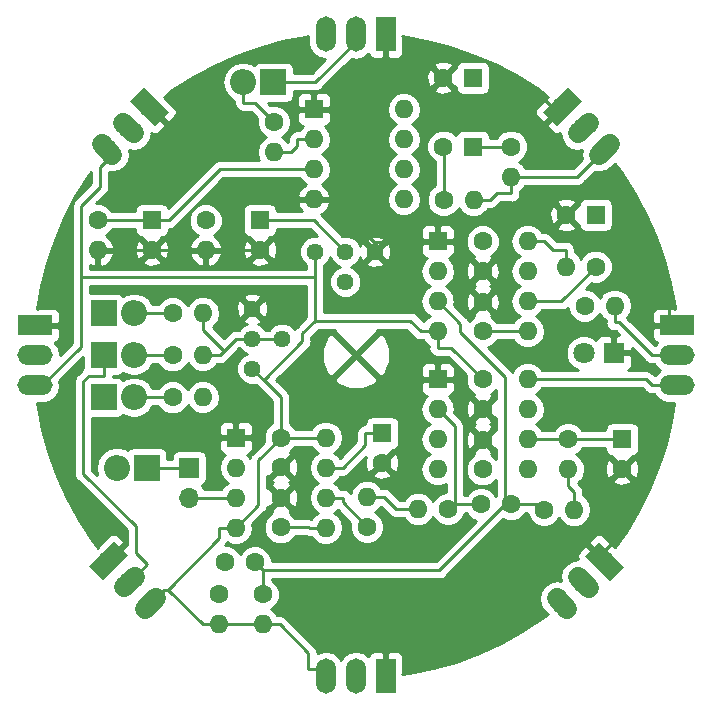
<source format=gbr>
G04 #@! TF.GenerationSoftware,KiCad,Pcbnew,5.0.2-bee76a0~70~ubuntu18.04.1*
G04 #@! TF.CreationDate,2019-07-07T19:22:12+02:00*
G04 #@! TF.ProjectId,neuromime_1.0.1,6e657572-6f6d-4696-9d65-5f312e302e31,rev?*
G04 #@! TF.SameCoordinates,Original*
G04 #@! TF.FileFunction,Copper,L2,Bot*
G04 #@! TF.FilePolarity,Positive*
%FSLAX46Y46*%
G04 Gerber Fmt 4.6, Leading zero omitted, Abs format (unit mm)*
G04 Created by KiCad (PCBNEW 5.0.2-bee76a0~70~ubuntu18.04.1) date Sun 07 Jul 2019 07:22:12 PM CEST*
%MOMM*%
%LPD*%
G01*
G04 APERTURE LIST*
G04 #@! TA.AperFunction,ComponentPad*
%ADD10C,1.600000*%
G04 #@! TD*
G04 #@! TA.AperFunction,ComponentPad*
%ADD11R,1.600000X1.600000*%
G04 #@! TD*
G04 #@! TA.AperFunction,ComponentPad*
%ADD12O,1.700000X3.000000*%
G04 #@! TD*
G04 #@! TA.AperFunction,ComponentPad*
%ADD13R,1.700000X3.000000*%
G04 #@! TD*
G04 #@! TA.AperFunction,ComponentPad*
%ADD14C,1.700000*%
G04 #@! TD*
G04 #@! TA.AperFunction,Conductor*
%ADD15C,1.700000*%
G04 #@! TD*
G04 #@! TA.AperFunction,Conductor*
%ADD16C,0.150000*%
G04 #@! TD*
G04 #@! TA.AperFunction,ComponentPad*
%ADD17O,3.000000X1.700000*%
G04 #@! TD*
G04 #@! TA.AperFunction,ComponentPad*
%ADD18R,3.000000X1.700000*%
G04 #@! TD*
G04 #@! TA.AperFunction,ComponentPad*
%ADD19O,1.600000X1.600000*%
G04 #@! TD*
G04 #@! TA.AperFunction,ComponentPad*
%ADD20C,1.800000*%
G04 #@! TD*
G04 #@! TA.AperFunction,ComponentPad*
%ADD21R,1.800000X1.800000*%
G04 #@! TD*
G04 #@! TA.AperFunction,ComponentPad*
%ADD22O,2.200000X2.200000*%
G04 #@! TD*
G04 #@! TA.AperFunction,ComponentPad*
%ADD23R,2.200000X2.200000*%
G04 #@! TD*
G04 #@! TA.AperFunction,ComponentPad*
%ADD24O,1.700000X1.700000*%
G04 #@! TD*
G04 #@! TA.AperFunction,ComponentPad*
%ADD25R,1.700000X1.700000*%
G04 #@! TD*
G04 #@! TA.AperFunction,ComponentPad*
%ADD26C,1.440000*%
G04 #@! TD*
G04 #@! TA.AperFunction,Conductor*
%ADD27C,0.250000*%
G04 #@! TD*
G04 #@! TA.AperFunction,Conductor*
%ADD28C,0.254000*%
G04 #@! TD*
G04 APERTURE END LIST*
D10*
G04 #@! TO.P,C8,2*
G04 #@! TO.N,GND*
X167820000Y-38125500D03*
D11*
G04 #@! TO.P,C8,1*
G04 #@! TO.N,Net-(C8-Pad1)*
X170320000Y-38125500D03*
G04 #@! TD*
D10*
G04 #@! TO.P,C1,2*
G04 #@! TO.N,GND*
X157406000Y-26505000D03*
D11*
G04 #@! TO.P,C1,1*
G04 #@! TO.N,VCC*
X159906000Y-26505000D03*
G04 #@! TD*
D10*
G04 #@! TO.P,C4,2*
G04 #@! TO.N,GND*
X141872000Y-41070000D03*
D11*
G04 #@! TO.P,C4,1*
G04 #@! TO.N,refractory*
X141872000Y-38570000D03*
G04 #@! TD*
D10*
G04 #@! TO.P,C5,2*
G04 #@! TO.N,GND*
X132728000Y-41070000D03*
D11*
G04 #@! TO.P,C5,1*
G04 #@! TO.N,Net-(C5-Pad1)*
X132728000Y-38570000D03*
G04 #@! TD*
D10*
G04 #@! TO.P,C6,2*
G04 #@! TO.N,Net-(C6-Pad2)*
X157406000Y-32347000D03*
D11*
G04 #@! TO.P,C6,1*
G04 #@! TO.N,Net-(C6-Pad1)*
X159906000Y-32347000D03*
G04 #@! TD*
D10*
G04 #@! TO.P,C14,2*
G04 #@! TO.N,GND*
X172542000Y-59612000D03*
D11*
G04 #@! TO.P,C14,1*
G04 #@! TO.N,Net-(C14-Pad1)*
X172542000Y-57112000D03*
G04 #@! TD*
D10*
G04 #@! TO.P,C17,2*
G04 #@! TO.N,GND*
X152222000Y-59104000D03*
D11*
G04 #@! TO.P,C17,1*
G04 #@! TO.N,Net-(C17-Pad1)*
X152222000Y-56604000D03*
G04 #@! TD*
D12*
G04 #@! TO.P,K1,3*
G04 #@! TO.N,VCC*
X147460000Y-22807000D03*
G04 #@! TO.P,K1,2*
G04 #@! TO.N,Net-(D4-Pad1)*
X150000000Y-22807000D03*
D13*
G04 #@! TO.P,K1,1*
G04 #@! TO.N,GND*
X152540000Y-22807000D03*
G04 #@! TD*
D14*
G04 #@! TO.P,K2,3*
G04 #@! TO.N,VCC*
X128930279Y-32558483D03*
D15*
G04 #@! TD*
G04 #@! TO.N,VCC*
G04 #@! TO.C,K2*
X128470660Y-32098864D02*
X129389898Y-33018102D01*
D14*
G04 #@! TO.P,K2,2*
G04 #@! TO.N,Net-(D1-Pad1)*
X130726330Y-30762432D03*
D15*
G04 #@! TD*
G04 #@! TO.N,Net-(D1-Pad1)*
G04 #@! TO.C,K2*
X130266711Y-30302813D02*
X131185949Y-31222051D01*
D14*
G04 #@! TO.P,K2,1*
G04 #@! TO.N,GND*
X132522381Y-28966381D03*
D16*
G04 #@! TD*
G04 #@! TO.N,GND*
G04 #@! TO.C,K2*
G36*
X130860680Y-28506762D02*
X132062762Y-27304680D01*
X134184082Y-29426000D01*
X132982000Y-30628082D01*
X130860680Y-28506762D01*
X130860680Y-28506762D01*
G37*
D14*
G04 #@! TO.P,K3,3*
G04 #@! TO.N,VCC*
X132622483Y-71006221D03*
D15*
G04 #@! TD*
G04 #@! TO.N,VCC*
G04 #@! TO.C,K3*
X132162864Y-71465840D02*
X133082102Y-70546602D01*
D14*
G04 #@! TO.P,K3,2*
G04 #@! TO.N,Net-(D2-Pad1)*
X130826432Y-69210170D03*
D15*
G04 #@! TD*
G04 #@! TO.N,Net-(D2-Pad1)*
G04 #@! TO.C,K3*
X130366813Y-69669789D02*
X131286051Y-68750551D01*
D14*
G04 #@! TO.P,K3,1*
G04 #@! TO.N,GND*
X129030381Y-67414119D03*
D16*
G04 #@! TD*
G04 #@! TO.N,GND*
G04 #@! TO.C,K3*
G36*
X128570762Y-69075820D02*
X127368680Y-67873738D01*
X129490000Y-65752418D01*
X130692082Y-66954500D01*
X128570762Y-69075820D01*
X128570762Y-69075820D01*
G37*
D17*
G04 #@! TO.P,K4,3*
G04 #@! TO.N,VCC*
X122807000Y-52540000D03*
G04 #@! TO.P,K4,2*
G04 #@! TO.N,Net-(D3-Pad1)*
X122807000Y-50000000D03*
D18*
G04 #@! TO.P,K4,1*
G04 #@! TO.N,GND*
X122807000Y-47460000D03*
G04 #@! TD*
D19*
G04 #@! TO.P,R2,1*
G04 #@! TO.N,Net-(C5-Pad1)*
X137046000Y-50000000D03*
D10*
G04 #@! TO.P,R2,2*
G04 #@! TO.N,Net-(D2-Pad2)*
X134506000Y-50000000D03*
G04 #@! TD*
D19*
G04 #@! TO.P,R1,1*
G04 #@! TO.N,Net-(C5-Pad1)*
X137046000Y-46444000D03*
D10*
G04 #@! TO.P,R1,2*
G04 #@! TO.N,Net-(D1-Pad2)*
X134506000Y-46444000D03*
G04 #@! TD*
D19*
G04 #@! TO.P,R3,1*
G04 #@! TO.N,Net-(C5-Pad1)*
X137046000Y-53556000D03*
D10*
G04 #@! TO.P,R3,2*
G04 #@! TO.N,Net-(D3-Pad2)*
X134506000Y-53556000D03*
G04 #@! TD*
D19*
G04 #@! TO.P,R4,1*
G04 #@! TO.N,refractory*
X143078000Y-32791500D03*
D10*
G04 #@! TO.P,R4,2*
G04 #@! TO.N,Net-(D4-Pad2)*
X143078000Y-30251500D03*
G04 #@! TD*
D20*
G04 #@! TO.P,D6,2*
G04 #@! TO.N,Net-(D6-Pad2)*
X169304000Y-49809500D03*
D21*
G04 #@! TO.P,D6,1*
G04 #@! TO.N,GND*
X171844000Y-49809500D03*
G04 #@! TD*
D22*
G04 #@! TO.P,D5,2*
G04 #@! TO.N,refractory*
X129744000Y-59525000D03*
D23*
G04 #@! TO.P,D5,1*
G04 #@! TO.N,Net-(D5-Pad1)*
X132284000Y-59525000D03*
G04 #@! TD*
D22*
G04 #@! TO.P,D4,2*
G04 #@! TO.N,Net-(D4-Pad2)*
X140475000Y-26886000D03*
D23*
G04 #@! TO.P,D4,1*
G04 #@! TO.N,Net-(D4-Pad1)*
X143015000Y-26886000D03*
G04 #@! TD*
G04 #@! TO.P,D3,1*
G04 #@! TO.N,Net-(D3-Pad1)*
X128664000Y-53556000D03*
D22*
G04 #@! TO.P,D3,2*
G04 #@! TO.N,Net-(D3-Pad2)*
X131204000Y-53556000D03*
G04 #@! TD*
D24*
G04 #@! TO.P,W3,2*
G04 #@! TO.N,Net-(P5-Pad2)*
X135903000Y-62065000D03*
D25*
G04 #@! TO.P,W3,1*
G04 #@! TO.N,Net-(D5-Pad1)*
X135903000Y-59525000D03*
G04 #@! TD*
D19*
G04 #@! TO.P,U4,8*
G04 #@! TO.N,VCC*
X147460000Y-56985000D03*
G04 #@! TO.P,U4,4*
X139840000Y-64605000D03*
G04 #@! TO.P,U4,7*
G04 #@! TO.N,Net-(C17-Pad1)*
X147460000Y-59525000D03*
G04 #@! TO.P,U4,3*
G04 #@! TO.N,Net-(P5-Pad2)*
X139840000Y-62065000D03*
G04 #@! TO.P,U4,6*
G04 #@! TO.N,Net-(C17-Pad1)*
X147460000Y-62065000D03*
G04 #@! TO.P,U4,2*
G04 #@! TO.N,Net-(C11-Pad1)*
X139840000Y-59525000D03*
G04 #@! TO.P,U4,5*
G04 #@! TO.N,Net-(C16-Pad1)*
X147460000Y-64605000D03*
D11*
G04 #@! TO.P,U4,1*
G04 #@! TO.N,GND*
X139840000Y-56985000D03*
G04 #@! TD*
D19*
G04 #@! TO.P,R14,2*
G04 #@! TO.N,VCC*
X167970000Y-59652000D03*
D10*
G04 #@! TO.P,R14,1*
G04 #@! TO.N,Net-(C14-Pad1)*
X167970000Y-57112000D03*
G04 #@! TD*
G04 #@! TO.P,C11,2*
G04 #@! TO.N,Net-(C10-Pad2)*
X141451000Y-67526000D03*
G04 #@! TO.P,C11,1*
G04 #@! TO.N,Net-(C11-Pad1)*
X138951000Y-67526000D03*
G04 #@! TD*
G04 #@! TO.P,C12,2*
G04 #@! TO.N,GND*
X160732000Y-54532000D03*
G04 #@! TO.P,C12,1*
G04 #@! TO.N,VCC*
X160732000Y-52032000D03*
G04 #@! TD*
G04 #@! TO.P,C13,2*
G04 #@! TO.N,GND*
X160732000Y-42848000D03*
G04 #@! TO.P,C13,1*
G04 #@! TO.N,VCC*
X160732000Y-40348000D03*
G04 #@! TD*
G04 #@! TO.P,C15,2*
G04 #@! TO.N,GND*
X160732000Y-57152000D03*
G04 #@! TO.P,C15,1*
G04 #@! TO.N,Net-(C15-Pad1)*
X160732000Y-59652000D03*
G04 #@! TD*
G04 #@! TO.P,C16,2*
G04 #@! TO.N,GND*
X143650000Y-62065000D03*
G04 #@! TO.P,C16,1*
G04 #@! TO.N,Net-(C16-Pad1)*
X143650000Y-64565000D03*
G04 #@! TD*
D19*
G04 #@! TO.P,U1,8*
G04 #@! TO.N,VCC*
X154064000Y-29172000D03*
G04 #@! TO.P,U1,4*
G04 #@! TO.N,GND*
X146444000Y-36792000D03*
G04 #@! TO.P,U1,7*
G04 #@! TO.N,Net-(C6-Pad2)*
X154064000Y-31712000D03*
G04 #@! TO.P,U1,3*
G04 #@! TO.N,Net-(C5-Pad1)*
X146444000Y-34252000D03*
G04 #@! TO.P,U1,6*
G04 #@! TO.N,Net-(U1-Pad5)*
X154064000Y-34252000D03*
G04 #@! TO.P,U1,2*
G04 #@! TO.N,refractory*
X146444000Y-31712000D03*
G04 #@! TO.P,U1,5*
G04 #@! TO.N,Net-(U1-Pad5)*
X154064000Y-36792000D03*
D11*
G04 #@! TO.P,U1,1*
G04 #@! TO.N,GND*
X146444000Y-29172000D03*
G04 #@! TD*
D19*
G04 #@! TO.P,U2,8*
G04 #@! TO.N,VCC*
X164542000Y-40348000D03*
G04 #@! TO.P,U2,4*
X156922000Y-47968000D03*
G04 #@! TO.P,U2,7*
G04 #@! TO.N,Net-(C8-Pad1)*
X164542000Y-42888000D03*
G04 #@! TO.P,U2,3*
G04 #@! TO.N,Net-(C10-Pad2)*
X156922000Y-45428000D03*
G04 #@! TO.P,U2,6*
G04 #@! TO.N,Net-(C8-Pad1)*
X164542000Y-45428000D03*
G04 #@! TO.P,U2,2*
G04 #@! TO.N,Net-(C6-Pad1)*
X156922000Y-42888000D03*
G04 #@! TO.P,U2,5*
G04 #@! TO.N,Net-(C9-Pad1)*
X164542000Y-47968000D03*
D11*
G04 #@! TO.P,U2,1*
G04 #@! TO.N,GND*
X156922000Y-40348000D03*
G04 #@! TD*
D19*
G04 #@! TO.P,U3,8*
G04 #@! TO.N,VCC*
X164542000Y-52032000D03*
G04 #@! TO.P,U3,4*
X156922000Y-59652000D03*
G04 #@! TO.P,U3,7*
G04 #@! TO.N,Net-(C14-Pad1)*
X164542000Y-54572000D03*
G04 #@! TO.P,U3,3*
G04 #@! TO.N,Net-(P2-Pad2)*
X156922000Y-57112000D03*
G04 #@! TO.P,U3,6*
G04 #@! TO.N,Net-(C14-Pad1)*
X164542000Y-57112000D03*
G04 #@! TO.P,U3,2*
G04 #@! TO.N,Net-(C10-Pad1)*
X156922000Y-54572000D03*
G04 #@! TO.P,U3,5*
G04 #@! TO.N,Net-(C15-Pad1)*
X164542000Y-59652000D03*
D11*
G04 #@! TO.P,U3,1*
G04 #@! TO.N,GND*
X156922000Y-52032000D03*
G04 #@! TD*
D19*
G04 #@! TO.P,R12,2*
G04 #@! TO.N,VCC*
X155270000Y-63017500D03*
D10*
G04 #@! TO.P,R12,1*
G04 #@! TO.N,Net-(C10-Pad1)*
X157810000Y-63017500D03*
G04 #@! TD*
D19*
G04 #@! TO.P,R13,2*
G04 #@! TO.N,VCC*
X138443000Y-72796500D03*
D10*
G04 #@! TO.P,R13,1*
G04 #@! TO.N,Net-(C11-Pad1)*
X138443000Y-70256500D03*
G04 #@! TD*
D19*
G04 #@! TO.P,R10,2*
G04 #@! TO.N,VCC*
X168478000Y-63081000D03*
D10*
G04 #@! TO.P,R10,1*
G04 #@! TO.N,Net-(C10-Pad2)*
X165938000Y-63081000D03*
G04 #@! TD*
D19*
G04 #@! TO.P,R15,2*
G04 #@! TO.N,Net-(P2-Pad2)*
X171908000Y-45809000D03*
D10*
G04 #@! TO.P,R15,1*
G04 #@! TO.N,Net-(D6-Pad2)*
X169368000Y-45809000D03*
G04 #@! TD*
G04 #@! TO.P,C7,2*
G04 #@! TO.N,GND*
X143650000Y-59485000D03*
G04 #@! TO.P,C7,1*
G04 #@! TO.N,VCC*
X143650000Y-56985000D03*
G04 #@! TD*
G04 #@! TO.P,C9,2*
G04 #@! TO.N,GND*
X160732000Y-45468000D03*
G04 #@! TO.P,C9,1*
G04 #@! TO.N,Net-(C9-Pad1)*
X160732000Y-47968000D03*
G04 #@! TD*
G04 #@! TO.P,C10,2*
G04 #@! TO.N,Net-(C10-Pad2)*
X163104000Y-62636500D03*
G04 #@! TO.P,C10,1*
G04 #@! TO.N,Net-(C10-Pad1)*
X160604000Y-62636500D03*
G04 #@! TD*
D19*
G04 #@! TO.P,R11,2*
G04 #@! TO.N,VCC*
X142126000Y-72796500D03*
D10*
G04 #@! TO.P,R11,1*
G04 #@! TO.N,Net-(C10-Pad2)*
X142126000Y-70256500D03*
G04 #@! TD*
D19*
G04 #@! TO.P,R16,2*
G04 #@! TO.N,VCC*
X150952000Y-62001500D03*
D10*
G04 #@! TO.P,R16,1*
G04 #@! TO.N,Net-(C17-Pad1)*
X150952000Y-64541500D03*
G04 #@! TD*
D23*
G04 #@! TO.P,D2,1*
G04 #@! TO.N,Net-(D2-Pad1)*
X128664000Y-50000000D03*
D22*
G04 #@! TO.P,D2,2*
G04 #@! TO.N,Net-(D2-Pad2)*
X131204000Y-50000000D03*
G04 #@! TD*
G04 #@! TO.P,D1,2*
G04 #@! TO.N,Net-(D1-Pad2)*
X131204000Y-46444000D03*
D23*
G04 #@! TO.P,D1,1*
G04 #@! TO.N,Net-(D1-Pad1)*
X128664000Y-46444000D03*
G04 #@! TD*
D19*
G04 #@! TO.P,R9,2*
G04 #@! TO.N,VCC*
X167780000Y-42507000D03*
D10*
G04 #@! TO.P,R9,1*
G04 #@! TO.N,Net-(C8-Pad1)*
X170320000Y-42507000D03*
G04 #@! TD*
D19*
G04 #@! TO.P,R5,2*
G04 #@! TO.N,GND*
X137300000Y-41110000D03*
D10*
G04 #@! TO.P,R5,1*
G04 #@! TO.N,refractory*
X137300000Y-38570000D03*
G04 #@! TD*
D19*
G04 #@! TO.P,R7,2*
G04 #@! TO.N,VCC*
X159970000Y-36855500D03*
D10*
G04 #@! TO.P,R7,1*
G04 #@! TO.N,Net-(C6-Pad2)*
X157430000Y-36855500D03*
G04 #@! TD*
D19*
G04 #@! TO.P,R8,2*
G04 #@! TO.N,VCC*
X163144000Y-34887000D03*
D10*
G04 #@! TO.P,R8,1*
G04 #@! TO.N,Net-(C6-Pad1)*
X163144000Y-32347000D03*
G04 #@! TD*
D19*
G04 #@! TO.P,R6,2*
G04 #@! TO.N,GND*
X128156000Y-41110000D03*
D10*
G04 #@! TO.P,R6,1*
G04 #@! TO.N,Net-(C5-Pad1)*
X128156000Y-38570000D03*
G04 #@! TD*
D14*
G04 #@! TO.P,P2,3*
G04 #@! TO.N,VCC*
X171069721Y-32558483D03*
D15*
G04 #@! TD*
G04 #@! TO.N,VCC*
G04 #@! TO.C,P2*
X170610102Y-33018102D02*
X171529340Y-32098864D01*
D14*
G04 #@! TO.P,P2,2*
G04 #@! TO.N,Net-(P2-Pad2)*
X169273670Y-30762432D03*
D15*
G04 #@! TD*
G04 #@! TO.N,Net-(P2-Pad2)*
G04 #@! TO.C,P2*
X168814051Y-31222051D02*
X169733289Y-30302813D01*
D14*
G04 #@! TO.P,P2,1*
G04 #@! TO.N,GND*
X167477619Y-28966381D03*
D16*
G04 #@! TD*
G04 #@! TO.N,GND*
G04 #@! TO.C,P2*
G36*
X167018000Y-30628082D02*
X165815918Y-29426000D01*
X167937238Y-27304680D01*
X169139320Y-28506762D01*
X167018000Y-30628082D01*
X167018000Y-30628082D01*
G37*
D18*
G04 #@! TO.P,P3,1*
G04 #@! TO.N,GND*
X177193000Y-47460000D03*
D17*
G04 #@! TO.P,P3,2*
G04 #@! TO.N,Net-(P2-Pad2)*
X177193000Y-50000000D03*
G04 #@! TO.P,P3,3*
G04 #@! TO.N,VCC*
X177193000Y-52539999D03*
G04 #@! TD*
D14*
G04 #@! TO.P,P4,3*
G04 #@! TO.N,VCC*
X167459517Y-71051621D03*
D15*
G04 #@! TD*
G04 #@! TO.N,VCC*
G04 #@! TO.C,P4*
X166999898Y-70592002D02*
X167919136Y-71511240D01*
D14*
G04 #@! TO.P,P4,2*
G04 #@! TO.N,Net-(P2-Pad2)*
X169255568Y-69255570D03*
D15*
G04 #@! TD*
G04 #@! TO.N,Net-(P2-Pad2)*
G04 #@! TO.C,P4*
X168795949Y-68795951D02*
X169715187Y-69715189D01*
D14*
G04 #@! TO.P,P4,1*
G04 #@! TO.N,GND*
X171051619Y-67459519D03*
D16*
G04 #@! TD*
G04 #@! TO.N,GND*
G04 #@! TO.C,P4*
G36*
X169389918Y-66999900D02*
X170592000Y-65797818D01*
X172713320Y-67919138D01*
X171511238Y-69121220D01*
X169389918Y-66999900D01*
X169389918Y-66999900D01*
G37*
D13*
G04 #@! TO.P,P5,1*
G04 #@! TO.N,GND*
X152540000Y-77193000D03*
D12*
G04 #@! TO.P,P5,2*
G04 #@! TO.N,Net-(P5-Pad2)*
X150000000Y-77193000D03*
G04 #@! TO.P,P5,3*
G04 #@! TO.N,VCC*
X147460001Y-77193000D03*
G04 #@! TD*
D26*
G04 #@! TO.P,RV1,2*
G04 #@! TO.N,refractory*
X149111000Y-41237000D03*
G04 #@! TO.P,RV1,1*
G04 #@! TO.N,GND*
X151651000Y-41237000D03*
G04 #@! TO.P,RV1,2*
G04 #@! TO.N,refractory*
X149111000Y-43777000D03*
G04 #@! TO.P,RV1,3*
G04 #@! TO.N,VCC*
X146571000Y-41237000D03*
G04 #@! TD*
G04 #@! TO.P,RV2,3*
G04 #@! TO.N,VCC*
X141237000Y-51143000D03*
G04 #@! TO.P,RV2,2*
G04 #@! TO.N,Net-(C5-Pad1)*
X143777000Y-48603000D03*
G04 #@! TO.P,RV2,1*
G04 #@! TO.N,GND*
X141237000Y-46063000D03*
G04 #@! TO.P,RV2,2*
G04 #@! TO.N,Net-(C5-Pad1)*
X141237000Y-48603000D03*
G04 #@! TD*
D27*
G04 #@! TO.N,GND*
X170592000Y-66999900D02*
X171635100Y-65956800D01*
X171635100Y-65956800D02*
X171635000Y-65956800D01*
X171635000Y-65956800D02*
X171635000Y-60519000D01*
X171635000Y-60519000D02*
X172542000Y-59612000D01*
X152540000Y-23457000D02*
X152540000Y-24932100D01*
X146444000Y-29172000D02*
X147869100Y-29172000D01*
X147869100Y-29172000D02*
X152109000Y-24932100D01*
X152109000Y-24932100D02*
X152540000Y-24932100D01*
X151651000Y-40452000D02*
X151529100Y-40452000D01*
X151529100Y-40452000D02*
X147869100Y-36792000D01*
X151651000Y-40452000D02*
X155392900Y-40452000D01*
X155392900Y-40452000D02*
X155496900Y-40348000D01*
X151651000Y-41237000D02*
X151651000Y-40452000D01*
X156922000Y-40348000D02*
X155496900Y-40348000D01*
X146444000Y-36792000D02*
X147869100Y-36792000D01*
X137300000Y-41110000D02*
X135874900Y-41110000D01*
X132728000Y-41070000D02*
X135834900Y-41070000D01*
X135834900Y-41070000D02*
X135874900Y-41110000D01*
X129581100Y-41110000D02*
X129621100Y-41070000D01*
X129621100Y-41070000D02*
X132728000Y-41070000D01*
X156922000Y-52032000D02*
X158347100Y-52032000D01*
X160732000Y-54532000D02*
X158347100Y-52147100D01*
X158347100Y-52147100D02*
X158347100Y-52032000D01*
X156922000Y-40348000D02*
X158347100Y-40348000D01*
X160732000Y-42848000D02*
X158347100Y-40463100D01*
X158347100Y-40463100D02*
X158347100Y-40348000D01*
X165975000Y-28382900D02*
X165974900Y-28383000D01*
X165974900Y-28383000D02*
X159284000Y-28383000D01*
X159284000Y-28383000D02*
X157406000Y-26505000D01*
X137300000Y-41110000D02*
X138725100Y-41110000D01*
X141872000Y-41070000D02*
X138765100Y-41070000D01*
X138765100Y-41070000D02*
X138725100Y-41110000D01*
X128156000Y-41110000D02*
X129581100Y-41110000D01*
X167018000Y-29426000D02*
X165975000Y-28382900D01*
X176543000Y-45603000D02*
X176543000Y-47460000D01*
X167820000Y-38125500D02*
X169745400Y-40050900D01*
X170990900Y-40050900D02*
X176543000Y-45603000D01*
X169745400Y-40050900D02*
X170990900Y-40050900D01*
G04 #@! TO.N,VCC*
X146571000Y-43423500D02*
X146571000Y-41237000D01*
X146571000Y-47074400D02*
X146571000Y-43423500D01*
X146571000Y-43423500D02*
X126727500Y-43423500D01*
X126727500Y-43423500D02*
X126727500Y-37367400D01*
X126727500Y-37367400D02*
X128346900Y-35748000D01*
X128346900Y-35748000D02*
X128346900Y-34061200D01*
X128346900Y-34061200D02*
X128346900Y-34061100D01*
X123457000Y-52540000D02*
X126727500Y-49269500D01*
X126727500Y-49269500D02*
X126727500Y-43423500D01*
X146571000Y-47074400D02*
X145480400Y-48165000D01*
X145480400Y-48165000D02*
X145480400Y-48806100D01*
X145480400Y-48806100D02*
X142190300Y-52096200D01*
X155496900Y-47968000D02*
X154603300Y-47074400D01*
X154603300Y-47074400D02*
X146571000Y-47074400D01*
X156922000Y-47968000D02*
X155496900Y-47968000D01*
X142190300Y-52096200D02*
X143650000Y-53556000D01*
X143650000Y-53556000D02*
X143650000Y-56985000D01*
X141237000Y-51143000D02*
X142190300Y-52096200D01*
X129389900Y-33018100D02*
X128346900Y-34061100D01*
X150952000Y-62001500D02*
X152377100Y-62001500D01*
X152377100Y-62001500D02*
X153393100Y-63017500D01*
X153393100Y-63017500D02*
X155270000Y-63017500D01*
X167970000Y-59652000D02*
X167970000Y-61077100D01*
X168478000Y-63081000D02*
X168478000Y-61585100D01*
X168478000Y-61585100D02*
X167970000Y-61077100D01*
X167780000Y-42507000D02*
X167780000Y-41081900D01*
X164542000Y-40348000D02*
X165967100Y-40348000D01*
X165967100Y-40348000D02*
X166701000Y-41081900D01*
X166701000Y-41081900D02*
X167780000Y-41081900D01*
X143650000Y-56985000D02*
X146034900Y-56985000D01*
X139840000Y-64605000D02*
X141745000Y-62700000D01*
X141745000Y-62700000D02*
X141745000Y-58890000D01*
X141745000Y-58890000D02*
X143650000Y-56985000D01*
X147460000Y-56985000D02*
X146034900Y-56985000D01*
X134071000Y-69849600D02*
X138414900Y-65505700D01*
X138414900Y-65505700D02*
X138414900Y-64605000D01*
X133082100Y-70546600D02*
X133779100Y-69849600D01*
X133779100Y-69849600D02*
X134071000Y-69849600D01*
X134071000Y-69849600D02*
X137017900Y-72796500D01*
X139840000Y-64605000D02*
X138414900Y-64605000D01*
X176543000Y-52540000D02*
X175067900Y-52540000D01*
X164542000Y-52032000D02*
X174559900Y-52032000D01*
X174559900Y-52032000D02*
X175067900Y-52540000D01*
X163144000Y-34887000D02*
X163144000Y-36312100D01*
X159970000Y-36855500D02*
X161395100Y-36855500D01*
X161395100Y-36855500D02*
X161938500Y-36312100D01*
X161938500Y-36312100D02*
X163144000Y-36312100D01*
X138443000Y-72796500D02*
X137017900Y-72796500D01*
X160732000Y-52032000D02*
X158093100Y-49393100D01*
X158093100Y-49393100D02*
X156922000Y-49393100D01*
X156922000Y-47968000D02*
X156922000Y-49393100D01*
X147460000Y-76543000D02*
X145984900Y-76543000D01*
X142126000Y-72796500D02*
X143551100Y-72796500D01*
X143551100Y-72796500D02*
X145984900Y-75230300D01*
X145984900Y-75230300D02*
X145984900Y-76543000D01*
X142126000Y-72796500D02*
X138443000Y-72796500D01*
X170610100Y-33018100D02*
X168741200Y-34887000D01*
X168741200Y-34887000D02*
X163144000Y-34887000D01*
G04 #@! TO.N,refractory*
X146444000Y-31712000D02*
X145018900Y-31712000D01*
X143078000Y-32791500D02*
X144503100Y-32791500D01*
X145018900Y-31712000D02*
X145018900Y-32275700D01*
X145018900Y-32275700D02*
X144503100Y-32791500D01*
X149111000Y-41237000D02*
X146444000Y-38570000D01*
X146444000Y-38570000D02*
X141872000Y-38570000D01*
G04 #@! TO.N,Net-(C5-Pad1)*
X132728000Y-38570000D02*
X134153100Y-38570000D01*
X134153100Y-38570000D02*
X138471100Y-34252000D01*
X138471100Y-34252000D02*
X146444000Y-34252000D01*
X132728000Y-38570000D02*
X128156000Y-38570000D01*
X138824000Y-49647100D02*
X138471100Y-50000000D01*
X141237000Y-48603000D02*
X139868100Y-48603000D01*
X139868100Y-48603000D02*
X138824000Y-49647100D01*
X138824000Y-49647100D02*
X137046000Y-47869100D01*
X137046000Y-46444000D02*
X137046000Y-47869100D01*
X137046000Y-50000000D02*
X138471100Y-50000000D01*
X143777000Y-48603000D02*
X141237000Y-48603000D01*
G04 #@! TO.N,Net-(C6-Pad1)*
X159906000Y-32347000D02*
X163144000Y-32347000D01*
G04 #@! TO.N,Net-(C6-Pad2)*
X157430000Y-36855500D02*
X157430000Y-32371000D01*
X157430000Y-32371000D02*
X157406000Y-32347000D01*
G04 #@! TO.N,Net-(C8-Pad1)*
X170320000Y-42507000D02*
X167399000Y-45428000D01*
X167399000Y-45428000D02*
X164542000Y-45428000D01*
G04 #@! TO.N,Net-(C9-Pad1)*
X160732000Y-47968000D02*
X164542000Y-47968000D01*
G04 #@! TO.N,Net-(C10-Pad2)*
X162637000Y-62636500D02*
X162637000Y-51888600D01*
X162637000Y-51888600D02*
X158827000Y-48078600D01*
X158827000Y-48078600D02*
X158827000Y-47333000D01*
X158827000Y-47333000D02*
X156922000Y-45428000D01*
X142126000Y-68201000D02*
X157072500Y-68201000D01*
X157072500Y-68201000D02*
X162637000Y-62636500D01*
X162637000Y-62636500D02*
X163104000Y-62636500D01*
X163104000Y-62636500D02*
X165493500Y-62636500D01*
X165493500Y-62636500D02*
X165938000Y-63081000D01*
X142126000Y-68201000D02*
X142126000Y-70256500D01*
X141451000Y-67526000D02*
X142126000Y-68201000D01*
G04 #@! TO.N,Net-(C10-Pad1)*
X158377400Y-62636500D02*
X158191000Y-62636500D01*
X158191000Y-62636500D02*
X157810000Y-63017500D01*
X160604000Y-62636500D02*
X158377400Y-62636500D01*
X158377400Y-62636500D02*
X158377400Y-56027400D01*
X158377400Y-56027400D02*
X156922000Y-54572000D01*
G04 #@! TO.N,Net-(C16-Pad1)*
X147460000Y-64605000D02*
X146034900Y-64605000D01*
X143650000Y-64565000D02*
X145994900Y-64565000D01*
X145994900Y-64565000D02*
X146034900Y-64605000D01*
G04 #@! TO.N,Net-(C17-Pad1)*
X152222000Y-56604000D02*
X150796900Y-56604000D01*
X147460000Y-59525000D02*
X148885100Y-59525000D01*
X150796900Y-56604000D02*
X150796900Y-57613200D01*
X150796900Y-57613200D02*
X148885100Y-59525000D01*
X147460000Y-62065000D02*
X148885100Y-62065000D01*
X150952000Y-64541500D02*
X148885100Y-62474600D01*
X148885100Y-62474600D02*
X148885100Y-62065000D01*
G04 #@! TO.N,Net-(D1-Pad2)*
X131204000Y-46444000D02*
X134506000Y-46444000D01*
G04 #@! TO.N,Net-(D2-Pad1)*
X128664000Y-50000000D02*
X128664000Y-51725100D01*
X131286100Y-68750600D02*
X132329200Y-67707500D01*
X132329200Y-67707500D02*
X131352300Y-66730700D01*
X131352300Y-66730700D02*
X131352300Y-64496000D01*
X131352300Y-64496000D02*
X126938900Y-60082600D01*
X126938900Y-60082600D02*
X126938900Y-52156300D01*
X126938900Y-52156300D02*
X127370100Y-51725100D01*
X127370100Y-51725100D02*
X128664000Y-51725100D01*
G04 #@! TO.N,Net-(D2-Pad2)*
X131204000Y-50000000D02*
X134506000Y-50000000D01*
G04 #@! TO.N,Net-(D3-Pad2)*
X131204000Y-53556000D02*
X134506000Y-53556000D01*
G04 #@! TO.N,Net-(D4-Pad1)*
X143015000Y-26886000D02*
X146571000Y-26886000D01*
X146571000Y-26886000D02*
X150000000Y-23457000D01*
G04 #@! TO.N,Net-(D4-Pad2)*
X140475000Y-26886000D02*
X140475000Y-28611100D01*
X140475000Y-28611100D02*
X141437600Y-28611100D01*
X141437600Y-28611100D02*
X143078000Y-30251500D01*
G04 #@! TO.N,Net-(D5-Pad1)*
X135903000Y-59525000D02*
X132284000Y-59525000D01*
G04 #@! TO.N,Net-(P2-Pad2)*
X171908000Y-45809000D02*
X171908000Y-47234100D01*
X176543000Y-50000000D02*
X175067900Y-50000000D01*
X175067900Y-50000000D02*
X172302000Y-47234100D01*
X172302000Y-47234100D02*
X171908000Y-47234100D01*
G04 #@! TO.N,Net-(P5-Pad2)*
X139840000Y-62065000D02*
X135903000Y-62065000D01*
G04 #@! TO.N,Net-(C14-Pad1)*
X167970000Y-57112000D02*
X164542000Y-57112000D01*
X172542000Y-57112000D02*
X167970000Y-57112000D01*
G04 #@! TD*
D28*
G04 #@! TO.N,GND*
G36*
X174477572Y-53024475D02*
X174519971Y-53087929D01*
X174583424Y-53130327D01*
X174583426Y-53130329D01*
X174708802Y-53214102D01*
X174771363Y-53255904D01*
X174993048Y-53300000D01*
X174993052Y-53300000D01*
X175067899Y-53314888D01*
X175142746Y-53300000D01*
X175264823Y-53300000D01*
X175472375Y-53610624D01*
X175963582Y-53938838D01*
X176396744Y-54024999D01*
X176976876Y-54024999D01*
X176722991Y-55534065D01*
X176232832Y-57522143D01*
X175594989Y-59467874D01*
X174813053Y-61360303D01*
X173891427Y-63188776D01*
X172835298Y-64943000D01*
X171899617Y-66262068D01*
X171899617Y-66207410D01*
X170951698Y-65259491D01*
X170718309Y-65162818D01*
X170465691Y-65162818D01*
X170232301Y-65259491D01*
X169744002Y-65747790D01*
X169744002Y-65972297D01*
X171051619Y-67279914D01*
X171065762Y-67265772D01*
X171089796Y-67289806D01*
X170901375Y-67517165D01*
X170857872Y-67473662D01*
X170872014Y-67459519D01*
X169564397Y-66151902D01*
X169339890Y-66151902D01*
X168851591Y-66640201D01*
X168754918Y-66873591D01*
X168754918Y-67126209D01*
X168821495Y-67286940D01*
X168795949Y-67281859D01*
X168216531Y-67397113D01*
X167725325Y-67725327D01*
X167397111Y-68216533D01*
X167281857Y-68795951D01*
X167351869Y-69147922D01*
X166999898Y-69077910D01*
X166420480Y-69193164D01*
X165929274Y-69521378D01*
X165601060Y-70012584D01*
X165485806Y-70592002D01*
X165601060Y-71171420D01*
X165846426Y-71538636D01*
X166228669Y-71920879D01*
X165769735Y-72272395D01*
X164055389Y-73392096D01*
X162261915Y-74380105D01*
X160399411Y-75230861D01*
X158478360Y-75939574D01*
X156509578Y-76502254D01*
X154504149Y-76915734D01*
X153944301Y-76987949D01*
X154025000Y-76907250D01*
X154025000Y-75566691D01*
X153928327Y-75333302D01*
X153749699Y-75154673D01*
X153516310Y-75058000D01*
X152825750Y-75058000D01*
X152667000Y-75216750D01*
X152667000Y-77066000D01*
X152687000Y-77066000D01*
X152687000Y-77150128D01*
X152473363Y-77177685D01*
X152393000Y-77181967D01*
X152393000Y-77066000D01*
X152413000Y-77066000D01*
X152413000Y-75216750D01*
X152254250Y-75058000D01*
X151563690Y-75058000D01*
X151330301Y-75154673D01*
X151151673Y-75333302D01*
X151085096Y-75494033D01*
X151070625Y-75472375D01*
X150579418Y-75144161D01*
X150000000Y-75028908D01*
X149420583Y-75144161D01*
X148929376Y-75472375D01*
X148730001Y-75770760D01*
X148530626Y-75472375D01*
X148039419Y-75144161D01*
X147460001Y-75028908D01*
X146880584Y-75144161D01*
X146758835Y-75225511D01*
X146744900Y-75155453D01*
X146744900Y-75155448D01*
X146700804Y-74933763D01*
X146532829Y-74682371D01*
X146469373Y-74639971D01*
X144141431Y-72312030D01*
X144099029Y-72248571D01*
X143847637Y-72080596D01*
X143625952Y-72036500D01*
X143625947Y-72036500D01*
X143551100Y-72021612D01*
X143476253Y-72036500D01*
X143344043Y-72036500D01*
X143160577Y-71761923D01*
X142808832Y-71526894D01*
X142938862Y-71473034D01*
X143342534Y-71069362D01*
X143561000Y-70541939D01*
X143561000Y-69971061D01*
X143342534Y-69443638D01*
X142938862Y-69039966D01*
X142886000Y-69018070D01*
X142886000Y-68961000D01*
X156997653Y-68961000D01*
X157072500Y-68975888D01*
X157147347Y-68961000D01*
X157147352Y-68961000D01*
X157369037Y-68916904D01*
X157620429Y-68748929D01*
X157662831Y-68685470D01*
X162435480Y-63912823D01*
X162818561Y-64071500D01*
X163389439Y-64071500D01*
X163916862Y-63853034D01*
X164320534Y-63449362D01*
X164342430Y-63396500D01*
X164515452Y-63396500D01*
X164721466Y-63893862D01*
X165125138Y-64297534D01*
X165652561Y-64516000D01*
X166223439Y-64516000D01*
X166750862Y-64297534D01*
X167154534Y-63893862D01*
X167208394Y-63763832D01*
X167443423Y-64115577D01*
X167918091Y-64432740D01*
X168336667Y-64516000D01*
X168619333Y-64516000D01*
X169037909Y-64432740D01*
X169512577Y-64115577D01*
X169829740Y-63640909D01*
X169941113Y-63081000D01*
X169829740Y-62521091D01*
X169512577Y-62046423D01*
X169238000Y-61862957D01*
X169238000Y-61659946D01*
X169252888Y-61585099D01*
X169238000Y-61510252D01*
X169238000Y-61510248D01*
X169193904Y-61288563D01*
X169107556Y-61159334D01*
X169068329Y-61100626D01*
X169068327Y-61100624D01*
X169025929Y-61037171D01*
X168962475Y-60994772D01*
X168794589Y-60826887D01*
X169004577Y-60686577D01*
X169049232Y-60619745D01*
X171713861Y-60619745D01*
X171787995Y-60865864D01*
X172325223Y-61058965D01*
X172895454Y-61031778D01*
X173296005Y-60865864D01*
X173370139Y-60619745D01*
X172542000Y-59791605D01*
X171713861Y-60619745D01*
X169049232Y-60619745D01*
X169321740Y-60211909D01*
X169433113Y-59652000D01*
X169382037Y-59395223D01*
X171095035Y-59395223D01*
X171122222Y-59965454D01*
X171288136Y-60366005D01*
X171534255Y-60440139D01*
X172362395Y-59612000D01*
X172721605Y-59612000D01*
X173549745Y-60440139D01*
X173795864Y-60366005D01*
X173988965Y-59828777D01*
X173961778Y-59258546D01*
X173795864Y-58857995D01*
X173549745Y-58783861D01*
X172721605Y-59612000D01*
X172362395Y-59612000D01*
X171534255Y-58783861D01*
X171288136Y-58857995D01*
X171095035Y-59395223D01*
X169382037Y-59395223D01*
X169321740Y-59092091D01*
X169004577Y-58617423D01*
X168652832Y-58382394D01*
X168782862Y-58328534D01*
X169186534Y-57924862D01*
X169208430Y-57872000D01*
X171094560Y-57872000D01*
X171094560Y-57912000D01*
X171143843Y-58159765D01*
X171284191Y-58369809D01*
X171494235Y-58510157D01*
X171728187Y-58556693D01*
X171713861Y-58604255D01*
X172542000Y-59432395D01*
X173370139Y-58604255D01*
X173355813Y-58556693D01*
X173589765Y-58510157D01*
X173799809Y-58369809D01*
X173940157Y-58159765D01*
X173989440Y-57912000D01*
X173989440Y-56312000D01*
X173940157Y-56064235D01*
X173799809Y-55854191D01*
X173589765Y-55713843D01*
X173342000Y-55664560D01*
X171742000Y-55664560D01*
X171494235Y-55713843D01*
X171284191Y-55854191D01*
X171143843Y-56064235D01*
X171094560Y-56312000D01*
X171094560Y-56352000D01*
X169208430Y-56352000D01*
X169186534Y-56299138D01*
X168782862Y-55895466D01*
X168255439Y-55677000D01*
X167684561Y-55677000D01*
X167157138Y-55895466D01*
X166753466Y-56299138D01*
X166731570Y-56352000D01*
X165760043Y-56352000D01*
X165576577Y-56077423D01*
X165224242Y-55842000D01*
X165576577Y-55606577D01*
X165893740Y-55131909D01*
X166005113Y-54572000D01*
X165893740Y-54012091D01*
X165576577Y-53537423D01*
X165224242Y-53302000D01*
X165576577Y-53066577D01*
X165760043Y-52792000D01*
X174245098Y-52792000D01*
X174477572Y-53024475D01*
X174477572Y-53024475D01*
G37*
X174477572Y-53024475D02*
X174519971Y-53087929D01*
X174583424Y-53130327D01*
X174583426Y-53130329D01*
X174708802Y-53214102D01*
X174771363Y-53255904D01*
X174993048Y-53300000D01*
X174993052Y-53300000D01*
X175067899Y-53314888D01*
X175142746Y-53300000D01*
X175264823Y-53300000D01*
X175472375Y-53610624D01*
X175963582Y-53938838D01*
X176396744Y-54024999D01*
X176976876Y-54024999D01*
X176722991Y-55534065D01*
X176232832Y-57522143D01*
X175594989Y-59467874D01*
X174813053Y-61360303D01*
X173891427Y-63188776D01*
X172835298Y-64943000D01*
X171899617Y-66262068D01*
X171899617Y-66207410D01*
X170951698Y-65259491D01*
X170718309Y-65162818D01*
X170465691Y-65162818D01*
X170232301Y-65259491D01*
X169744002Y-65747790D01*
X169744002Y-65972297D01*
X171051619Y-67279914D01*
X171065762Y-67265772D01*
X171089796Y-67289806D01*
X170901375Y-67517165D01*
X170857872Y-67473662D01*
X170872014Y-67459519D01*
X169564397Y-66151902D01*
X169339890Y-66151902D01*
X168851591Y-66640201D01*
X168754918Y-66873591D01*
X168754918Y-67126209D01*
X168821495Y-67286940D01*
X168795949Y-67281859D01*
X168216531Y-67397113D01*
X167725325Y-67725327D01*
X167397111Y-68216533D01*
X167281857Y-68795951D01*
X167351869Y-69147922D01*
X166999898Y-69077910D01*
X166420480Y-69193164D01*
X165929274Y-69521378D01*
X165601060Y-70012584D01*
X165485806Y-70592002D01*
X165601060Y-71171420D01*
X165846426Y-71538636D01*
X166228669Y-71920879D01*
X165769735Y-72272395D01*
X164055389Y-73392096D01*
X162261915Y-74380105D01*
X160399411Y-75230861D01*
X158478360Y-75939574D01*
X156509578Y-76502254D01*
X154504149Y-76915734D01*
X153944301Y-76987949D01*
X154025000Y-76907250D01*
X154025000Y-75566691D01*
X153928327Y-75333302D01*
X153749699Y-75154673D01*
X153516310Y-75058000D01*
X152825750Y-75058000D01*
X152667000Y-75216750D01*
X152667000Y-77066000D01*
X152687000Y-77066000D01*
X152687000Y-77150128D01*
X152473363Y-77177685D01*
X152393000Y-77181967D01*
X152393000Y-77066000D01*
X152413000Y-77066000D01*
X152413000Y-75216750D01*
X152254250Y-75058000D01*
X151563690Y-75058000D01*
X151330301Y-75154673D01*
X151151673Y-75333302D01*
X151085096Y-75494033D01*
X151070625Y-75472375D01*
X150579418Y-75144161D01*
X150000000Y-75028908D01*
X149420583Y-75144161D01*
X148929376Y-75472375D01*
X148730001Y-75770760D01*
X148530626Y-75472375D01*
X148039419Y-75144161D01*
X147460001Y-75028908D01*
X146880584Y-75144161D01*
X146758835Y-75225511D01*
X146744900Y-75155453D01*
X146744900Y-75155448D01*
X146700804Y-74933763D01*
X146532829Y-74682371D01*
X146469373Y-74639971D01*
X144141431Y-72312030D01*
X144099029Y-72248571D01*
X143847637Y-72080596D01*
X143625952Y-72036500D01*
X143625947Y-72036500D01*
X143551100Y-72021612D01*
X143476253Y-72036500D01*
X143344043Y-72036500D01*
X143160577Y-71761923D01*
X142808832Y-71526894D01*
X142938862Y-71473034D01*
X143342534Y-71069362D01*
X143561000Y-70541939D01*
X143561000Y-69971061D01*
X143342534Y-69443638D01*
X142938862Y-69039966D01*
X142886000Y-69018070D01*
X142886000Y-68961000D01*
X156997653Y-68961000D01*
X157072500Y-68975888D01*
X157147347Y-68961000D01*
X157147352Y-68961000D01*
X157369037Y-68916904D01*
X157620429Y-68748929D01*
X157662831Y-68685470D01*
X162435480Y-63912823D01*
X162818561Y-64071500D01*
X163389439Y-64071500D01*
X163916862Y-63853034D01*
X164320534Y-63449362D01*
X164342430Y-63396500D01*
X164515452Y-63396500D01*
X164721466Y-63893862D01*
X165125138Y-64297534D01*
X165652561Y-64516000D01*
X166223439Y-64516000D01*
X166750862Y-64297534D01*
X167154534Y-63893862D01*
X167208394Y-63763832D01*
X167443423Y-64115577D01*
X167918091Y-64432740D01*
X168336667Y-64516000D01*
X168619333Y-64516000D01*
X169037909Y-64432740D01*
X169512577Y-64115577D01*
X169829740Y-63640909D01*
X169941113Y-63081000D01*
X169829740Y-62521091D01*
X169512577Y-62046423D01*
X169238000Y-61862957D01*
X169238000Y-61659946D01*
X169252888Y-61585099D01*
X169238000Y-61510252D01*
X169238000Y-61510248D01*
X169193904Y-61288563D01*
X169107556Y-61159334D01*
X169068329Y-61100626D01*
X169068327Y-61100624D01*
X169025929Y-61037171D01*
X168962475Y-60994772D01*
X168794589Y-60826887D01*
X169004577Y-60686577D01*
X169049232Y-60619745D01*
X171713861Y-60619745D01*
X171787995Y-60865864D01*
X172325223Y-61058965D01*
X172895454Y-61031778D01*
X173296005Y-60865864D01*
X173370139Y-60619745D01*
X172542000Y-59791605D01*
X171713861Y-60619745D01*
X169049232Y-60619745D01*
X169321740Y-60211909D01*
X169433113Y-59652000D01*
X169382037Y-59395223D01*
X171095035Y-59395223D01*
X171122222Y-59965454D01*
X171288136Y-60366005D01*
X171534255Y-60440139D01*
X172362395Y-59612000D01*
X172721605Y-59612000D01*
X173549745Y-60440139D01*
X173795864Y-60366005D01*
X173988965Y-59828777D01*
X173961778Y-59258546D01*
X173795864Y-58857995D01*
X173549745Y-58783861D01*
X172721605Y-59612000D01*
X172362395Y-59612000D01*
X171534255Y-58783861D01*
X171288136Y-58857995D01*
X171095035Y-59395223D01*
X169382037Y-59395223D01*
X169321740Y-59092091D01*
X169004577Y-58617423D01*
X168652832Y-58382394D01*
X168782862Y-58328534D01*
X169186534Y-57924862D01*
X169208430Y-57872000D01*
X171094560Y-57872000D01*
X171094560Y-57912000D01*
X171143843Y-58159765D01*
X171284191Y-58369809D01*
X171494235Y-58510157D01*
X171728187Y-58556693D01*
X171713861Y-58604255D01*
X172542000Y-59432395D01*
X173370139Y-58604255D01*
X173355813Y-58556693D01*
X173589765Y-58510157D01*
X173799809Y-58369809D01*
X173940157Y-58159765D01*
X173989440Y-57912000D01*
X173989440Y-56312000D01*
X173940157Y-56064235D01*
X173799809Y-55854191D01*
X173589765Y-55713843D01*
X173342000Y-55664560D01*
X171742000Y-55664560D01*
X171494235Y-55713843D01*
X171284191Y-55854191D01*
X171143843Y-56064235D01*
X171094560Y-56312000D01*
X171094560Y-56352000D01*
X169208430Y-56352000D01*
X169186534Y-56299138D01*
X168782862Y-55895466D01*
X168255439Y-55677000D01*
X167684561Y-55677000D01*
X167157138Y-55895466D01*
X166753466Y-56299138D01*
X166731570Y-56352000D01*
X165760043Y-56352000D01*
X165576577Y-56077423D01*
X165224242Y-55842000D01*
X165576577Y-55606577D01*
X165893740Y-55131909D01*
X166005113Y-54572000D01*
X165893740Y-54012091D01*
X165576577Y-53537423D01*
X165224242Y-53302000D01*
X165576577Y-53066577D01*
X165760043Y-52792000D01*
X174245098Y-52792000D01*
X174477572Y-53024475D01*
G36*
X126916560Y-51100000D02*
X126919036Y-51112448D01*
X126822171Y-51177171D01*
X126779769Y-51240630D01*
X126454428Y-51565971D01*
X126390972Y-51608371D01*
X126348572Y-51671827D01*
X126348571Y-51671828D01*
X126222997Y-51859763D01*
X126164012Y-52156300D01*
X126178901Y-52231152D01*
X126178900Y-60007753D01*
X126164012Y-60082600D01*
X126178900Y-60157447D01*
X126178900Y-60157451D01*
X126222996Y-60379136D01*
X126390971Y-60630529D01*
X126454430Y-60672931D01*
X130592301Y-64810803D01*
X130592300Y-66106502D01*
X130517603Y-66106502D01*
X129209986Y-67414119D01*
X129224129Y-67428262D01*
X129109603Y-67542787D01*
X128914610Y-67322000D01*
X129016239Y-67220372D01*
X129030381Y-67234514D01*
X130337998Y-65926897D01*
X130337998Y-65702390D01*
X129849699Y-65214091D01*
X129616309Y-65117418D01*
X129363691Y-65117418D01*
X129130302Y-65214091D01*
X128182383Y-66162010D01*
X128182383Y-66361711D01*
X127645341Y-65652901D01*
X126534632Y-63932716D01*
X125556026Y-62134094D01*
X124715034Y-60267160D01*
X124016389Y-58342425D01*
X123464025Y-56370724D01*
X123061051Y-54363158D01*
X123019231Y-54025000D01*
X123603256Y-54025000D01*
X124036418Y-53938839D01*
X124527625Y-53610625D01*
X124855839Y-53119418D01*
X124971092Y-52540000D01*
X124898209Y-52173592D01*
X126916560Y-50155243D01*
X126916560Y-51100000D01*
X126916560Y-51100000D01*
G37*
X126916560Y-51100000D02*
X126919036Y-51112448D01*
X126822171Y-51177171D01*
X126779769Y-51240630D01*
X126454428Y-51565971D01*
X126390972Y-51608371D01*
X126348572Y-51671827D01*
X126348571Y-51671828D01*
X126222997Y-51859763D01*
X126164012Y-52156300D01*
X126178901Y-52231152D01*
X126178900Y-60007753D01*
X126164012Y-60082600D01*
X126178900Y-60157447D01*
X126178900Y-60157451D01*
X126222996Y-60379136D01*
X126390971Y-60630529D01*
X126454430Y-60672931D01*
X130592301Y-64810803D01*
X130592300Y-66106502D01*
X130517603Y-66106502D01*
X129209986Y-67414119D01*
X129224129Y-67428262D01*
X129109603Y-67542787D01*
X128914610Y-67322000D01*
X129016239Y-67220372D01*
X129030381Y-67234514D01*
X130337998Y-65926897D01*
X130337998Y-65702390D01*
X129849699Y-65214091D01*
X129616309Y-65117418D01*
X129363691Y-65117418D01*
X129130302Y-65214091D01*
X128182383Y-66162010D01*
X128182383Y-66361711D01*
X127645341Y-65652901D01*
X126534632Y-63932716D01*
X125556026Y-62134094D01*
X124715034Y-60267160D01*
X124016389Y-58342425D01*
X123464025Y-56370724D01*
X123061051Y-54363158D01*
X123019231Y-54025000D01*
X123603256Y-54025000D01*
X124036418Y-53938839D01*
X124527625Y-53610625D01*
X124855839Y-53119418D01*
X124971092Y-52540000D01*
X124898209Y-52173592D01*
X126916560Y-50155243D01*
X126916560Y-51100000D01*
G36*
X146425423Y-58019577D02*
X146777758Y-58255000D01*
X146425423Y-58490423D01*
X146108260Y-58965091D01*
X145996887Y-59525000D01*
X146108260Y-60084909D01*
X146425423Y-60559577D01*
X146777758Y-60795000D01*
X146425423Y-61030423D01*
X146108260Y-61505091D01*
X145996887Y-62065000D01*
X146108260Y-62624909D01*
X146425423Y-63099577D01*
X146777758Y-63335000D01*
X146425423Y-63570423D01*
X146245346Y-63839928D01*
X146069752Y-63805000D01*
X146069747Y-63805000D01*
X145994900Y-63790112D01*
X145920053Y-63805000D01*
X144888430Y-63805000D01*
X144866534Y-63752138D01*
X144462862Y-63348466D01*
X144397701Y-63321475D01*
X144404005Y-63318864D01*
X144478139Y-63072745D01*
X143650000Y-62244605D01*
X142821861Y-63072745D01*
X142895995Y-63318864D01*
X142902746Y-63321290D01*
X142837138Y-63348466D01*
X142433466Y-63752138D01*
X142215000Y-64279561D01*
X142215000Y-64850439D01*
X142433466Y-65377862D01*
X142837138Y-65781534D01*
X143364561Y-66000000D01*
X143935439Y-66000000D01*
X144462862Y-65781534D01*
X144866534Y-65377862D01*
X144888430Y-65325000D01*
X145758955Y-65325000D01*
X145960048Y-65365000D01*
X145960052Y-65365000D01*
X146034900Y-65379888D01*
X146109748Y-65365000D01*
X146241957Y-65365000D01*
X146425423Y-65639577D01*
X146900091Y-65956740D01*
X147318667Y-66040000D01*
X147601333Y-66040000D01*
X148019909Y-65956740D01*
X148494577Y-65639577D01*
X148811740Y-65164909D01*
X148923113Y-64605000D01*
X148811740Y-64045091D01*
X148494577Y-63570423D01*
X148142242Y-63335000D01*
X148459029Y-63123330D01*
X149538897Y-64203198D01*
X149517000Y-64256061D01*
X149517000Y-64826939D01*
X149735466Y-65354362D01*
X150139138Y-65758034D01*
X150666561Y-65976500D01*
X151237439Y-65976500D01*
X151764862Y-65758034D01*
X152168534Y-65354362D01*
X152387000Y-64826939D01*
X152387000Y-64256061D01*
X152168534Y-63728638D01*
X151764862Y-63324966D01*
X151634832Y-63271106D01*
X151986577Y-63036077D01*
X152126887Y-62826088D01*
X152802771Y-63501973D01*
X152845171Y-63565429D01*
X153096563Y-63733404D01*
X153318248Y-63777500D01*
X153318253Y-63777500D01*
X153393100Y-63792388D01*
X153467947Y-63777500D01*
X154051957Y-63777500D01*
X154235423Y-64052077D01*
X154710091Y-64369240D01*
X155128667Y-64452500D01*
X155411333Y-64452500D01*
X155829909Y-64369240D01*
X156304577Y-64052077D01*
X156539606Y-63700332D01*
X156593466Y-63830362D01*
X156997138Y-64234034D01*
X157524561Y-64452500D01*
X158095439Y-64452500D01*
X158622862Y-64234034D01*
X159026534Y-63830362D01*
X159206246Y-63396500D01*
X159365570Y-63396500D01*
X159387466Y-63449362D01*
X159791138Y-63853034D01*
X160183247Y-64015451D01*
X156757699Y-67441000D01*
X142886000Y-67441000D01*
X142886000Y-67240561D01*
X142667534Y-66713138D01*
X142263862Y-66309466D01*
X141736439Y-66091000D01*
X141165561Y-66091000D01*
X140638138Y-66309466D01*
X140234466Y-66713138D01*
X140201000Y-66793932D01*
X140167534Y-66713138D01*
X139763862Y-66309466D01*
X139236439Y-66091000D01*
X138906899Y-66091000D01*
X138962829Y-66053629D01*
X139005227Y-65990176D01*
X139005229Y-65990174D01*
X139105511Y-65840090D01*
X139280091Y-65956740D01*
X139698667Y-66040000D01*
X139981333Y-66040000D01*
X140399909Y-65956740D01*
X140874577Y-65639577D01*
X141191740Y-65164909D01*
X141303113Y-64605000D01*
X141238688Y-64281114D01*
X142229473Y-63290329D01*
X142292929Y-63247929D01*
X142377758Y-63120974D01*
X142460904Y-62996538D01*
X142473535Y-62933036D01*
X142490560Y-62847447D01*
X142642255Y-62893139D01*
X143470395Y-62065000D01*
X143829605Y-62065000D01*
X144657745Y-62893139D01*
X144903864Y-62819005D01*
X145096965Y-62281777D01*
X145069778Y-61711546D01*
X144903864Y-61310995D01*
X144657745Y-61236861D01*
X143829605Y-62065000D01*
X143470395Y-62065000D01*
X142642255Y-61236861D01*
X142505000Y-61278204D01*
X142505000Y-60492745D01*
X142821861Y-60492745D01*
X142895995Y-60738864D01*
X142989411Y-60772442D01*
X142895995Y-60811136D01*
X142821861Y-61057255D01*
X143650000Y-61885395D01*
X144478139Y-61057255D01*
X144404005Y-60811136D01*
X144310589Y-60777558D01*
X144404005Y-60738864D01*
X144478139Y-60492745D01*
X143650000Y-59664605D01*
X142821861Y-60492745D01*
X142505000Y-60492745D01*
X142505000Y-60271796D01*
X142642255Y-60313139D01*
X143470395Y-59485000D01*
X143829605Y-59485000D01*
X144657745Y-60313139D01*
X144903864Y-60239005D01*
X145096965Y-59701777D01*
X145069778Y-59131546D01*
X144903864Y-58730995D01*
X144657745Y-58656861D01*
X143829605Y-59485000D01*
X143470395Y-59485000D01*
X143456252Y-59470858D01*
X143635858Y-59291252D01*
X143650000Y-59305395D01*
X144478139Y-58477255D01*
X144404005Y-58231136D01*
X144397254Y-58228710D01*
X144462862Y-58201534D01*
X144866534Y-57797862D01*
X144888430Y-57745000D01*
X146241957Y-57745000D01*
X146425423Y-58019577D01*
X146425423Y-58019577D01*
G37*
X146425423Y-58019577D02*
X146777758Y-58255000D01*
X146425423Y-58490423D01*
X146108260Y-58965091D01*
X145996887Y-59525000D01*
X146108260Y-60084909D01*
X146425423Y-60559577D01*
X146777758Y-60795000D01*
X146425423Y-61030423D01*
X146108260Y-61505091D01*
X145996887Y-62065000D01*
X146108260Y-62624909D01*
X146425423Y-63099577D01*
X146777758Y-63335000D01*
X146425423Y-63570423D01*
X146245346Y-63839928D01*
X146069752Y-63805000D01*
X146069747Y-63805000D01*
X145994900Y-63790112D01*
X145920053Y-63805000D01*
X144888430Y-63805000D01*
X144866534Y-63752138D01*
X144462862Y-63348466D01*
X144397701Y-63321475D01*
X144404005Y-63318864D01*
X144478139Y-63072745D01*
X143650000Y-62244605D01*
X142821861Y-63072745D01*
X142895995Y-63318864D01*
X142902746Y-63321290D01*
X142837138Y-63348466D01*
X142433466Y-63752138D01*
X142215000Y-64279561D01*
X142215000Y-64850439D01*
X142433466Y-65377862D01*
X142837138Y-65781534D01*
X143364561Y-66000000D01*
X143935439Y-66000000D01*
X144462862Y-65781534D01*
X144866534Y-65377862D01*
X144888430Y-65325000D01*
X145758955Y-65325000D01*
X145960048Y-65365000D01*
X145960052Y-65365000D01*
X146034900Y-65379888D01*
X146109748Y-65365000D01*
X146241957Y-65365000D01*
X146425423Y-65639577D01*
X146900091Y-65956740D01*
X147318667Y-66040000D01*
X147601333Y-66040000D01*
X148019909Y-65956740D01*
X148494577Y-65639577D01*
X148811740Y-65164909D01*
X148923113Y-64605000D01*
X148811740Y-64045091D01*
X148494577Y-63570423D01*
X148142242Y-63335000D01*
X148459029Y-63123330D01*
X149538897Y-64203198D01*
X149517000Y-64256061D01*
X149517000Y-64826939D01*
X149735466Y-65354362D01*
X150139138Y-65758034D01*
X150666561Y-65976500D01*
X151237439Y-65976500D01*
X151764862Y-65758034D01*
X152168534Y-65354362D01*
X152387000Y-64826939D01*
X152387000Y-64256061D01*
X152168534Y-63728638D01*
X151764862Y-63324966D01*
X151634832Y-63271106D01*
X151986577Y-63036077D01*
X152126887Y-62826088D01*
X152802771Y-63501973D01*
X152845171Y-63565429D01*
X153096563Y-63733404D01*
X153318248Y-63777500D01*
X153318253Y-63777500D01*
X153393100Y-63792388D01*
X153467947Y-63777500D01*
X154051957Y-63777500D01*
X154235423Y-64052077D01*
X154710091Y-64369240D01*
X155128667Y-64452500D01*
X155411333Y-64452500D01*
X155829909Y-64369240D01*
X156304577Y-64052077D01*
X156539606Y-63700332D01*
X156593466Y-63830362D01*
X156997138Y-64234034D01*
X157524561Y-64452500D01*
X158095439Y-64452500D01*
X158622862Y-64234034D01*
X159026534Y-63830362D01*
X159206246Y-63396500D01*
X159365570Y-63396500D01*
X159387466Y-63449362D01*
X159791138Y-63853034D01*
X160183247Y-64015451D01*
X156757699Y-67441000D01*
X142886000Y-67441000D01*
X142886000Y-67240561D01*
X142667534Y-66713138D01*
X142263862Y-66309466D01*
X141736439Y-66091000D01*
X141165561Y-66091000D01*
X140638138Y-66309466D01*
X140234466Y-66713138D01*
X140201000Y-66793932D01*
X140167534Y-66713138D01*
X139763862Y-66309466D01*
X139236439Y-66091000D01*
X138906899Y-66091000D01*
X138962829Y-66053629D01*
X139005227Y-65990176D01*
X139005229Y-65990174D01*
X139105511Y-65840090D01*
X139280091Y-65956740D01*
X139698667Y-66040000D01*
X139981333Y-66040000D01*
X140399909Y-65956740D01*
X140874577Y-65639577D01*
X141191740Y-65164909D01*
X141303113Y-64605000D01*
X141238688Y-64281114D01*
X142229473Y-63290329D01*
X142292929Y-63247929D01*
X142377758Y-63120974D01*
X142460904Y-62996538D01*
X142473535Y-62933036D01*
X142490560Y-62847447D01*
X142642255Y-62893139D01*
X143470395Y-62065000D01*
X143829605Y-62065000D01*
X144657745Y-62893139D01*
X144903864Y-62819005D01*
X145096965Y-62281777D01*
X145069778Y-61711546D01*
X144903864Y-61310995D01*
X144657745Y-61236861D01*
X143829605Y-62065000D01*
X143470395Y-62065000D01*
X142642255Y-61236861D01*
X142505000Y-61278204D01*
X142505000Y-60492745D01*
X142821861Y-60492745D01*
X142895995Y-60738864D01*
X142989411Y-60772442D01*
X142895995Y-60811136D01*
X142821861Y-61057255D01*
X143650000Y-61885395D01*
X144478139Y-61057255D01*
X144404005Y-60811136D01*
X144310589Y-60777558D01*
X144404005Y-60738864D01*
X144478139Y-60492745D01*
X143650000Y-59664605D01*
X142821861Y-60492745D01*
X142505000Y-60492745D01*
X142505000Y-60271796D01*
X142642255Y-60313139D01*
X143470395Y-59485000D01*
X143829605Y-59485000D01*
X144657745Y-60313139D01*
X144903864Y-60239005D01*
X145096965Y-59701777D01*
X145069778Y-59131546D01*
X144903864Y-58730995D01*
X144657745Y-58656861D01*
X143829605Y-59485000D01*
X143470395Y-59485000D01*
X143456252Y-59470858D01*
X143635858Y-59291252D01*
X143650000Y-59305395D01*
X144478139Y-58477255D01*
X144404005Y-58231136D01*
X144397254Y-58228710D01*
X144462862Y-58201534D01*
X144866534Y-57797862D01*
X144888430Y-57745000D01*
X146241957Y-57745000D01*
X146425423Y-58019577D01*
G36*
X148124138Y-47944533D02*
X150000000Y-49820395D01*
X151875862Y-47944533D01*
X151806113Y-47834400D01*
X154288499Y-47834400D01*
X154906571Y-48452473D01*
X154948971Y-48515929D01*
X155200363Y-48683904D01*
X155422048Y-48728000D01*
X155422052Y-48728000D01*
X155496899Y-48742888D01*
X155571746Y-48728000D01*
X155703957Y-48728000D01*
X155887423Y-49002577D01*
X156162001Y-49186044D01*
X156162001Y-49318244D01*
X156147111Y-49393100D01*
X156206096Y-49689637D01*
X156374071Y-49941029D01*
X156625463Y-50109004D01*
X156847148Y-50153100D01*
X156922000Y-50167989D01*
X156996852Y-50153100D01*
X157778299Y-50153100D01*
X159318897Y-51693698D01*
X159297000Y-51746561D01*
X159297000Y-52317439D01*
X159515466Y-52844862D01*
X159919138Y-53248534D01*
X159984299Y-53275525D01*
X159977995Y-53278136D01*
X159903861Y-53524255D01*
X160732000Y-54352395D01*
X161560139Y-53524255D01*
X161486005Y-53278136D01*
X161479254Y-53275710D01*
X161544862Y-53248534D01*
X161877001Y-52916395D01*
X161877001Y-53745204D01*
X161739745Y-53703861D01*
X160911605Y-54532000D01*
X161739745Y-55360139D01*
X161877001Y-55318796D01*
X161877001Y-56365204D01*
X161739745Y-56323861D01*
X160911605Y-57152000D01*
X161739745Y-57980139D01*
X161877000Y-57938796D01*
X161877000Y-58767604D01*
X161544862Y-58435466D01*
X161479701Y-58408475D01*
X161486005Y-58405864D01*
X161560139Y-58159745D01*
X160732000Y-57331605D01*
X159903861Y-58159745D01*
X159977995Y-58405864D01*
X159984746Y-58408290D01*
X159919138Y-58435466D01*
X159515466Y-58839138D01*
X159297000Y-59366561D01*
X159297000Y-59937439D01*
X159515466Y-60464862D01*
X159919138Y-60868534D01*
X160446561Y-61087000D01*
X161017439Y-61087000D01*
X161544862Y-60868534D01*
X161877000Y-60536396D01*
X161877000Y-61848905D01*
X161854000Y-61904432D01*
X161820534Y-61823638D01*
X161416862Y-61419966D01*
X160889439Y-61201500D01*
X160318561Y-61201500D01*
X159791138Y-61419966D01*
X159387466Y-61823638D01*
X159365570Y-61876500D01*
X159137400Y-61876500D01*
X159137400Y-56935223D01*
X159285035Y-56935223D01*
X159312222Y-57505454D01*
X159478136Y-57906005D01*
X159724255Y-57980139D01*
X160552395Y-57152000D01*
X159724255Y-56323861D01*
X159478136Y-56397995D01*
X159285035Y-56935223D01*
X159137400Y-56935223D01*
X159137400Y-56102246D01*
X159152288Y-56027399D01*
X159137400Y-55952552D01*
X159137400Y-55952548D01*
X159093304Y-55730863D01*
X159010259Y-55606577D01*
X158967729Y-55542926D01*
X158967727Y-55542924D01*
X158965603Y-55539745D01*
X159903861Y-55539745D01*
X159977995Y-55785864D01*
X160123114Y-55838026D01*
X159977995Y-55898136D01*
X159903861Y-56144255D01*
X160732000Y-56972395D01*
X161560139Y-56144255D01*
X161486005Y-55898136D01*
X161340886Y-55845974D01*
X161486005Y-55785864D01*
X161560139Y-55539745D01*
X160732000Y-54711605D01*
X159903861Y-55539745D01*
X158965603Y-55539745D01*
X158925329Y-55479471D01*
X158861876Y-55437073D01*
X158320688Y-54895886D01*
X158385113Y-54572000D01*
X158334037Y-54315223D01*
X159285035Y-54315223D01*
X159312222Y-54885454D01*
X159478136Y-55286005D01*
X159724255Y-55360139D01*
X160552395Y-54532000D01*
X159724255Y-53703861D01*
X159478136Y-53777995D01*
X159285035Y-54315223D01*
X158334037Y-54315223D01*
X158273740Y-54012091D01*
X157956577Y-53537423D01*
X157850082Y-53466265D01*
X158081698Y-53370327D01*
X158260327Y-53191699D01*
X158357000Y-52958310D01*
X158357000Y-52317750D01*
X158198250Y-52159000D01*
X157049000Y-52159000D01*
X157049000Y-52179000D01*
X156795000Y-52179000D01*
X156795000Y-52159000D01*
X155645750Y-52159000D01*
X155487000Y-52317750D01*
X155487000Y-52958310D01*
X155583673Y-53191699D01*
X155762302Y-53370327D01*
X155993918Y-53466265D01*
X155887423Y-53537423D01*
X155570260Y-54012091D01*
X155458887Y-54572000D01*
X155570260Y-55131909D01*
X155887423Y-55606577D01*
X156239758Y-55842000D01*
X155887423Y-56077423D01*
X155570260Y-56552091D01*
X155458887Y-57112000D01*
X155570260Y-57671909D01*
X155887423Y-58146577D01*
X156239758Y-58382000D01*
X155887423Y-58617423D01*
X155570260Y-59092091D01*
X155458887Y-59652000D01*
X155570260Y-60211909D01*
X155887423Y-60686577D01*
X156362091Y-61003740D01*
X156780667Y-61087000D01*
X157063333Y-61087000D01*
X157481909Y-61003740D01*
X157617400Y-60913208D01*
X157617400Y-61582500D01*
X157524561Y-61582500D01*
X156997138Y-61800966D01*
X156593466Y-62204638D01*
X156539606Y-62334668D01*
X156304577Y-61982923D01*
X155829909Y-61665760D01*
X155411333Y-61582500D01*
X155128667Y-61582500D01*
X154710091Y-61665760D01*
X154235423Y-61982923D01*
X154051957Y-62257500D01*
X153707902Y-62257500D01*
X152967431Y-61517030D01*
X152925029Y-61453571D01*
X152673637Y-61285596D01*
X152451952Y-61241500D01*
X152451947Y-61241500D01*
X152377100Y-61226612D01*
X152302253Y-61241500D01*
X152170043Y-61241500D01*
X151986577Y-60966923D01*
X151511909Y-60649760D01*
X151093333Y-60566500D01*
X150810667Y-60566500D01*
X150392091Y-60649760D01*
X149917423Y-60966923D01*
X149600260Y-61441591D01*
X149550327Y-61692620D01*
X149433029Y-61517071D01*
X149181637Y-61349096D01*
X148959952Y-61305000D01*
X148885100Y-61290111D01*
X148810248Y-61305000D01*
X148678043Y-61305000D01*
X148494577Y-61030423D01*
X148142242Y-60795000D01*
X148494577Y-60559577D01*
X148678043Y-60285000D01*
X148810253Y-60285000D01*
X148885100Y-60299888D01*
X148959947Y-60285000D01*
X148959952Y-60285000D01*
X149181637Y-60240904D01*
X149374936Y-60111745D01*
X151393861Y-60111745D01*
X151467995Y-60357864D01*
X152005223Y-60550965D01*
X152575454Y-60523778D01*
X152976005Y-60357864D01*
X153050139Y-60111745D01*
X152222000Y-59283605D01*
X151393861Y-60111745D01*
X149374936Y-60111745D01*
X149433029Y-60072929D01*
X149475431Y-60009470D01*
X150874555Y-58610347D01*
X150775035Y-58887223D01*
X150802222Y-59457454D01*
X150968136Y-59858005D01*
X151214255Y-59932139D01*
X152042395Y-59104000D01*
X152401605Y-59104000D01*
X153229745Y-59932139D01*
X153475864Y-59858005D01*
X153668965Y-59320777D01*
X153641778Y-58750546D01*
X153475864Y-58349995D01*
X153229745Y-58275861D01*
X152401605Y-59104000D01*
X152042395Y-59104000D01*
X152028252Y-59089858D01*
X152207858Y-58910252D01*
X152222000Y-58924395D01*
X153050139Y-58096255D01*
X153035813Y-58048693D01*
X153269765Y-58002157D01*
X153479809Y-57861809D01*
X153620157Y-57651765D01*
X153669440Y-57404000D01*
X153669440Y-55804000D01*
X153620157Y-55556235D01*
X153479809Y-55346191D01*
X153269765Y-55205843D01*
X153022000Y-55156560D01*
X151422000Y-55156560D01*
X151174235Y-55205843D01*
X150964191Y-55346191D01*
X150823843Y-55556235D01*
X150774560Y-55804000D01*
X150774560Y-55833555D01*
X150722048Y-55844000D01*
X150500363Y-55888096D01*
X150248971Y-56056071D01*
X150080996Y-56307463D01*
X150022011Y-56604000D01*
X150036900Y-56678853D01*
X150036901Y-57298397D01*
X148634887Y-58700412D01*
X148494577Y-58490423D01*
X148142242Y-58255000D01*
X148494577Y-58019577D01*
X148811740Y-57544909D01*
X148923113Y-56985000D01*
X148811740Y-56425091D01*
X148494577Y-55950423D01*
X148019909Y-55633260D01*
X147601333Y-55550000D01*
X147318667Y-55550000D01*
X146900091Y-55633260D01*
X146425423Y-55950423D01*
X146241957Y-56225000D01*
X144888430Y-56225000D01*
X144866534Y-56172138D01*
X144462862Y-55768466D01*
X144410000Y-55746570D01*
X144410000Y-53630860D01*
X144424888Y-53556026D01*
X144410000Y-53481166D01*
X144410000Y-53481148D01*
X144389822Y-53379708D01*
X144365913Y-53259487D01*
X144365907Y-53259478D01*
X144365904Y-53259463D01*
X144267521Y-53112222D01*
X144240345Y-53071547D01*
X144240337Y-53071539D01*
X144197929Y-53008071D01*
X144134483Y-52965678D01*
X143265083Y-52096218D01*
X143305834Y-52055467D01*
X148124138Y-52055467D01*
X148375375Y-52452169D01*
X149437446Y-52887227D01*
X150585162Y-52882730D01*
X151624625Y-52452169D01*
X151875862Y-52055467D01*
X150000000Y-50179605D01*
X148124138Y-52055467D01*
X143305834Y-52055467D01*
X145923855Y-49437446D01*
X147112773Y-49437446D01*
X147117270Y-50585162D01*
X147547831Y-51624625D01*
X147944533Y-51875862D01*
X149820395Y-50000000D01*
X150179605Y-50000000D01*
X152055467Y-51875862D01*
X152452169Y-51624625D01*
X152664741Y-51105690D01*
X155487000Y-51105690D01*
X155487000Y-51746250D01*
X155645750Y-51905000D01*
X156795000Y-51905000D01*
X156795000Y-50755750D01*
X157049000Y-50755750D01*
X157049000Y-51905000D01*
X158198250Y-51905000D01*
X158357000Y-51746250D01*
X158357000Y-51105690D01*
X158260327Y-50872301D01*
X158081698Y-50693673D01*
X157848309Y-50597000D01*
X157207750Y-50597000D01*
X157049000Y-50755750D01*
X156795000Y-50755750D01*
X156636250Y-50597000D01*
X155995691Y-50597000D01*
X155762302Y-50693673D01*
X155583673Y-50872301D01*
X155487000Y-51105690D01*
X152664741Y-51105690D01*
X152887227Y-50562554D01*
X152882730Y-49414838D01*
X152452169Y-48375375D01*
X152055467Y-48124138D01*
X150179605Y-50000000D01*
X149820395Y-50000000D01*
X147944533Y-48124138D01*
X147547831Y-48375375D01*
X147112773Y-49437446D01*
X145923855Y-49437446D01*
X145964873Y-49396429D01*
X146028329Y-49354029D01*
X146196304Y-49102637D01*
X146240400Y-48880952D01*
X146240400Y-48880948D01*
X146255288Y-48806101D01*
X146240400Y-48731254D01*
X146240400Y-48479801D01*
X146885803Y-47834400D01*
X148193887Y-47834400D01*
X148124138Y-47944533D01*
X148124138Y-47944533D01*
G37*
X148124138Y-47944533D02*
X150000000Y-49820395D01*
X151875862Y-47944533D01*
X151806113Y-47834400D01*
X154288499Y-47834400D01*
X154906571Y-48452473D01*
X154948971Y-48515929D01*
X155200363Y-48683904D01*
X155422048Y-48728000D01*
X155422052Y-48728000D01*
X155496899Y-48742888D01*
X155571746Y-48728000D01*
X155703957Y-48728000D01*
X155887423Y-49002577D01*
X156162001Y-49186044D01*
X156162001Y-49318244D01*
X156147111Y-49393100D01*
X156206096Y-49689637D01*
X156374071Y-49941029D01*
X156625463Y-50109004D01*
X156847148Y-50153100D01*
X156922000Y-50167989D01*
X156996852Y-50153100D01*
X157778299Y-50153100D01*
X159318897Y-51693698D01*
X159297000Y-51746561D01*
X159297000Y-52317439D01*
X159515466Y-52844862D01*
X159919138Y-53248534D01*
X159984299Y-53275525D01*
X159977995Y-53278136D01*
X159903861Y-53524255D01*
X160732000Y-54352395D01*
X161560139Y-53524255D01*
X161486005Y-53278136D01*
X161479254Y-53275710D01*
X161544862Y-53248534D01*
X161877001Y-52916395D01*
X161877001Y-53745204D01*
X161739745Y-53703861D01*
X160911605Y-54532000D01*
X161739745Y-55360139D01*
X161877001Y-55318796D01*
X161877001Y-56365204D01*
X161739745Y-56323861D01*
X160911605Y-57152000D01*
X161739745Y-57980139D01*
X161877000Y-57938796D01*
X161877000Y-58767604D01*
X161544862Y-58435466D01*
X161479701Y-58408475D01*
X161486005Y-58405864D01*
X161560139Y-58159745D01*
X160732000Y-57331605D01*
X159903861Y-58159745D01*
X159977995Y-58405864D01*
X159984746Y-58408290D01*
X159919138Y-58435466D01*
X159515466Y-58839138D01*
X159297000Y-59366561D01*
X159297000Y-59937439D01*
X159515466Y-60464862D01*
X159919138Y-60868534D01*
X160446561Y-61087000D01*
X161017439Y-61087000D01*
X161544862Y-60868534D01*
X161877000Y-60536396D01*
X161877000Y-61848905D01*
X161854000Y-61904432D01*
X161820534Y-61823638D01*
X161416862Y-61419966D01*
X160889439Y-61201500D01*
X160318561Y-61201500D01*
X159791138Y-61419966D01*
X159387466Y-61823638D01*
X159365570Y-61876500D01*
X159137400Y-61876500D01*
X159137400Y-56935223D01*
X159285035Y-56935223D01*
X159312222Y-57505454D01*
X159478136Y-57906005D01*
X159724255Y-57980139D01*
X160552395Y-57152000D01*
X159724255Y-56323861D01*
X159478136Y-56397995D01*
X159285035Y-56935223D01*
X159137400Y-56935223D01*
X159137400Y-56102246D01*
X159152288Y-56027399D01*
X159137400Y-55952552D01*
X159137400Y-55952548D01*
X159093304Y-55730863D01*
X159010259Y-55606577D01*
X158967729Y-55542926D01*
X158967727Y-55542924D01*
X158965603Y-55539745D01*
X159903861Y-55539745D01*
X159977995Y-55785864D01*
X160123114Y-55838026D01*
X159977995Y-55898136D01*
X159903861Y-56144255D01*
X160732000Y-56972395D01*
X161560139Y-56144255D01*
X161486005Y-55898136D01*
X161340886Y-55845974D01*
X161486005Y-55785864D01*
X161560139Y-55539745D01*
X160732000Y-54711605D01*
X159903861Y-55539745D01*
X158965603Y-55539745D01*
X158925329Y-55479471D01*
X158861876Y-55437073D01*
X158320688Y-54895886D01*
X158385113Y-54572000D01*
X158334037Y-54315223D01*
X159285035Y-54315223D01*
X159312222Y-54885454D01*
X159478136Y-55286005D01*
X159724255Y-55360139D01*
X160552395Y-54532000D01*
X159724255Y-53703861D01*
X159478136Y-53777995D01*
X159285035Y-54315223D01*
X158334037Y-54315223D01*
X158273740Y-54012091D01*
X157956577Y-53537423D01*
X157850082Y-53466265D01*
X158081698Y-53370327D01*
X158260327Y-53191699D01*
X158357000Y-52958310D01*
X158357000Y-52317750D01*
X158198250Y-52159000D01*
X157049000Y-52159000D01*
X157049000Y-52179000D01*
X156795000Y-52179000D01*
X156795000Y-52159000D01*
X155645750Y-52159000D01*
X155487000Y-52317750D01*
X155487000Y-52958310D01*
X155583673Y-53191699D01*
X155762302Y-53370327D01*
X155993918Y-53466265D01*
X155887423Y-53537423D01*
X155570260Y-54012091D01*
X155458887Y-54572000D01*
X155570260Y-55131909D01*
X155887423Y-55606577D01*
X156239758Y-55842000D01*
X155887423Y-56077423D01*
X155570260Y-56552091D01*
X155458887Y-57112000D01*
X155570260Y-57671909D01*
X155887423Y-58146577D01*
X156239758Y-58382000D01*
X155887423Y-58617423D01*
X155570260Y-59092091D01*
X155458887Y-59652000D01*
X155570260Y-60211909D01*
X155887423Y-60686577D01*
X156362091Y-61003740D01*
X156780667Y-61087000D01*
X157063333Y-61087000D01*
X157481909Y-61003740D01*
X157617400Y-60913208D01*
X157617400Y-61582500D01*
X157524561Y-61582500D01*
X156997138Y-61800966D01*
X156593466Y-62204638D01*
X156539606Y-62334668D01*
X156304577Y-61982923D01*
X155829909Y-61665760D01*
X155411333Y-61582500D01*
X155128667Y-61582500D01*
X154710091Y-61665760D01*
X154235423Y-61982923D01*
X154051957Y-62257500D01*
X153707902Y-62257500D01*
X152967431Y-61517030D01*
X152925029Y-61453571D01*
X152673637Y-61285596D01*
X152451952Y-61241500D01*
X152451947Y-61241500D01*
X152377100Y-61226612D01*
X152302253Y-61241500D01*
X152170043Y-61241500D01*
X151986577Y-60966923D01*
X151511909Y-60649760D01*
X151093333Y-60566500D01*
X150810667Y-60566500D01*
X150392091Y-60649760D01*
X149917423Y-60966923D01*
X149600260Y-61441591D01*
X149550327Y-61692620D01*
X149433029Y-61517071D01*
X149181637Y-61349096D01*
X148959952Y-61305000D01*
X148885100Y-61290111D01*
X148810248Y-61305000D01*
X148678043Y-61305000D01*
X148494577Y-61030423D01*
X148142242Y-60795000D01*
X148494577Y-60559577D01*
X148678043Y-60285000D01*
X148810253Y-60285000D01*
X148885100Y-60299888D01*
X148959947Y-60285000D01*
X148959952Y-60285000D01*
X149181637Y-60240904D01*
X149374936Y-60111745D01*
X151393861Y-60111745D01*
X151467995Y-60357864D01*
X152005223Y-60550965D01*
X152575454Y-60523778D01*
X152976005Y-60357864D01*
X153050139Y-60111745D01*
X152222000Y-59283605D01*
X151393861Y-60111745D01*
X149374936Y-60111745D01*
X149433029Y-60072929D01*
X149475431Y-60009470D01*
X150874555Y-58610347D01*
X150775035Y-58887223D01*
X150802222Y-59457454D01*
X150968136Y-59858005D01*
X151214255Y-59932139D01*
X152042395Y-59104000D01*
X152401605Y-59104000D01*
X153229745Y-59932139D01*
X153475864Y-59858005D01*
X153668965Y-59320777D01*
X153641778Y-58750546D01*
X153475864Y-58349995D01*
X153229745Y-58275861D01*
X152401605Y-59104000D01*
X152042395Y-59104000D01*
X152028252Y-59089858D01*
X152207858Y-58910252D01*
X152222000Y-58924395D01*
X153050139Y-58096255D01*
X153035813Y-58048693D01*
X153269765Y-58002157D01*
X153479809Y-57861809D01*
X153620157Y-57651765D01*
X153669440Y-57404000D01*
X153669440Y-55804000D01*
X153620157Y-55556235D01*
X153479809Y-55346191D01*
X153269765Y-55205843D01*
X153022000Y-55156560D01*
X151422000Y-55156560D01*
X151174235Y-55205843D01*
X150964191Y-55346191D01*
X150823843Y-55556235D01*
X150774560Y-55804000D01*
X150774560Y-55833555D01*
X150722048Y-55844000D01*
X150500363Y-55888096D01*
X150248971Y-56056071D01*
X150080996Y-56307463D01*
X150022011Y-56604000D01*
X150036900Y-56678853D01*
X150036901Y-57298397D01*
X148634887Y-58700412D01*
X148494577Y-58490423D01*
X148142242Y-58255000D01*
X148494577Y-58019577D01*
X148811740Y-57544909D01*
X148923113Y-56985000D01*
X148811740Y-56425091D01*
X148494577Y-55950423D01*
X148019909Y-55633260D01*
X147601333Y-55550000D01*
X147318667Y-55550000D01*
X146900091Y-55633260D01*
X146425423Y-55950423D01*
X146241957Y-56225000D01*
X144888430Y-56225000D01*
X144866534Y-56172138D01*
X144462862Y-55768466D01*
X144410000Y-55746570D01*
X144410000Y-53630860D01*
X144424888Y-53556026D01*
X144410000Y-53481166D01*
X144410000Y-53481148D01*
X144389822Y-53379708D01*
X144365913Y-53259487D01*
X144365907Y-53259478D01*
X144365904Y-53259463D01*
X144267521Y-53112222D01*
X144240345Y-53071547D01*
X144240337Y-53071539D01*
X144197929Y-53008071D01*
X144134483Y-52965678D01*
X143265083Y-52096218D01*
X143305834Y-52055467D01*
X148124138Y-52055467D01*
X148375375Y-52452169D01*
X149437446Y-52887227D01*
X150585162Y-52882730D01*
X151624625Y-52452169D01*
X151875862Y-52055467D01*
X150000000Y-50179605D01*
X148124138Y-52055467D01*
X143305834Y-52055467D01*
X145923855Y-49437446D01*
X147112773Y-49437446D01*
X147117270Y-50585162D01*
X147547831Y-51624625D01*
X147944533Y-51875862D01*
X149820395Y-50000000D01*
X150179605Y-50000000D01*
X152055467Y-51875862D01*
X152452169Y-51624625D01*
X152664741Y-51105690D01*
X155487000Y-51105690D01*
X155487000Y-51746250D01*
X155645750Y-51905000D01*
X156795000Y-51905000D01*
X156795000Y-50755750D01*
X157049000Y-50755750D01*
X157049000Y-51905000D01*
X158198250Y-51905000D01*
X158357000Y-51746250D01*
X158357000Y-51105690D01*
X158260327Y-50872301D01*
X158081698Y-50693673D01*
X157848309Y-50597000D01*
X157207750Y-50597000D01*
X157049000Y-50755750D01*
X156795000Y-50755750D01*
X156636250Y-50597000D01*
X155995691Y-50597000D01*
X155762302Y-50693673D01*
X155583673Y-50872301D01*
X155487000Y-51105690D01*
X152664741Y-51105690D01*
X152887227Y-50562554D01*
X152882730Y-49414838D01*
X152452169Y-48375375D01*
X152055467Y-48124138D01*
X150179605Y-50000000D01*
X149820395Y-50000000D01*
X147944533Y-48124138D01*
X147547831Y-48375375D01*
X147112773Y-49437446D01*
X145923855Y-49437446D01*
X145964873Y-49396429D01*
X146028329Y-49354029D01*
X146196304Y-49102637D01*
X146240400Y-48880952D01*
X146240400Y-48880948D01*
X146255288Y-48806101D01*
X146240400Y-48731254D01*
X146240400Y-48479801D01*
X146885803Y-47834400D01*
X148193887Y-47834400D01*
X148124138Y-47944533D01*
G36*
X140469454Y-49751714D02*
X140762265Y-49873000D01*
X140469454Y-49994286D01*
X140088286Y-50375454D01*
X139882000Y-50873474D01*
X139882000Y-51412526D01*
X140088286Y-51910546D01*
X140469454Y-52291714D01*
X140967474Y-52498000D01*
X141506526Y-52498000D01*
X141514133Y-52494849D01*
X141599982Y-52580689D01*
X141642371Y-52644129D01*
X141705816Y-52686522D01*
X142890000Y-53870787D01*
X142890001Y-55746570D01*
X142837138Y-55768466D01*
X142433466Y-56172138D01*
X142215000Y-56699561D01*
X142215000Y-57270439D01*
X142236897Y-57323302D01*
X141260528Y-58299671D01*
X141197072Y-58342071D01*
X141154672Y-58405527D01*
X141154671Y-58405528D01*
X141029097Y-58593463D01*
X141009444Y-58692266D01*
X140874577Y-58490423D01*
X140768082Y-58419265D01*
X140999698Y-58323327D01*
X141178327Y-58144699D01*
X141275000Y-57911310D01*
X141275000Y-57270750D01*
X141116250Y-57112000D01*
X139967000Y-57112000D01*
X139967000Y-57132000D01*
X139713000Y-57132000D01*
X139713000Y-57112000D01*
X138563750Y-57112000D01*
X138405000Y-57270750D01*
X138405000Y-57911310D01*
X138501673Y-58144699D01*
X138680302Y-58323327D01*
X138911918Y-58419265D01*
X138805423Y-58490423D01*
X138488260Y-58965091D01*
X138376887Y-59525000D01*
X138488260Y-60084909D01*
X138805423Y-60559577D01*
X139157758Y-60795000D01*
X138805423Y-61030423D01*
X138621957Y-61305000D01*
X137181178Y-61305000D01*
X136973625Y-60994375D01*
X136955381Y-60982184D01*
X137000765Y-60973157D01*
X137210809Y-60832809D01*
X137351157Y-60622765D01*
X137400440Y-60375000D01*
X137400440Y-58675000D01*
X137351157Y-58427235D01*
X137210809Y-58217191D01*
X137000765Y-58076843D01*
X136753000Y-58027560D01*
X135053000Y-58027560D01*
X134805235Y-58076843D01*
X134595191Y-58217191D01*
X134454843Y-58427235D01*
X134405560Y-58675000D01*
X134405560Y-58765000D01*
X134031440Y-58765000D01*
X134031440Y-58425000D01*
X133982157Y-58177235D01*
X133841809Y-57967191D01*
X133631765Y-57826843D01*
X133384000Y-57777560D01*
X131184000Y-57777560D01*
X130936235Y-57826843D01*
X130726191Y-57967191D01*
X130667329Y-58055283D01*
X130420963Y-57890666D01*
X129914880Y-57790000D01*
X129573120Y-57790000D01*
X129067037Y-57890666D01*
X128493135Y-58274135D01*
X128109666Y-58848037D01*
X127975010Y-59525000D01*
X128103856Y-60172755D01*
X127698900Y-59767799D01*
X127698900Y-56058690D01*
X138405000Y-56058690D01*
X138405000Y-56699250D01*
X138563750Y-56858000D01*
X139713000Y-56858000D01*
X139713000Y-55708750D01*
X139967000Y-55708750D01*
X139967000Y-56858000D01*
X141116250Y-56858000D01*
X141275000Y-56699250D01*
X141275000Y-56058690D01*
X141178327Y-55825301D01*
X140999698Y-55646673D01*
X140766309Y-55550000D01*
X140125750Y-55550000D01*
X139967000Y-55708750D01*
X139713000Y-55708750D01*
X139554250Y-55550000D01*
X138913691Y-55550000D01*
X138680302Y-55646673D01*
X138501673Y-55825301D01*
X138405000Y-56058690D01*
X127698900Y-56058690D01*
X127698900Y-55303440D01*
X129764000Y-55303440D01*
X130011765Y-55254157D01*
X130221809Y-55113809D01*
X130280671Y-55025717D01*
X130527037Y-55190334D01*
X131033120Y-55291000D01*
X131374880Y-55291000D01*
X131880963Y-55190334D01*
X132454865Y-54806865D01*
X132782850Y-54316000D01*
X133267570Y-54316000D01*
X133289466Y-54368862D01*
X133693138Y-54772534D01*
X134220561Y-54991000D01*
X134791439Y-54991000D01*
X135318862Y-54772534D01*
X135722534Y-54368862D01*
X135776394Y-54238832D01*
X136011423Y-54590577D01*
X136486091Y-54907740D01*
X136904667Y-54991000D01*
X137187333Y-54991000D01*
X137605909Y-54907740D01*
X138080577Y-54590577D01*
X138397740Y-54115909D01*
X138509113Y-53556000D01*
X138397740Y-52996091D01*
X138080577Y-52521423D01*
X137605909Y-52204260D01*
X137187333Y-52121000D01*
X136904667Y-52121000D01*
X136486091Y-52204260D01*
X136011423Y-52521423D01*
X135776394Y-52873168D01*
X135722534Y-52743138D01*
X135318862Y-52339466D01*
X134791439Y-52121000D01*
X134220561Y-52121000D01*
X133693138Y-52339466D01*
X133289466Y-52743138D01*
X133267570Y-52796000D01*
X132782850Y-52796000D01*
X132454865Y-52305135D01*
X131880963Y-51921666D01*
X131374880Y-51821000D01*
X131033120Y-51821000D01*
X130527037Y-51921666D01*
X130280671Y-52086283D01*
X130221809Y-51998191D01*
X130011765Y-51857843D01*
X129764000Y-51808560D01*
X129422288Y-51808560D01*
X129424000Y-51799952D01*
X129434445Y-51747440D01*
X129764000Y-51747440D01*
X130011765Y-51698157D01*
X130221809Y-51557809D01*
X130280671Y-51469717D01*
X130527037Y-51634334D01*
X131033120Y-51735000D01*
X131374880Y-51735000D01*
X131880963Y-51634334D01*
X132454865Y-51250865D01*
X132782850Y-50760000D01*
X133267570Y-50760000D01*
X133289466Y-50812862D01*
X133693138Y-51216534D01*
X134220561Y-51435000D01*
X134791439Y-51435000D01*
X135318862Y-51216534D01*
X135722534Y-50812862D01*
X135776394Y-50682832D01*
X136011423Y-51034577D01*
X136486091Y-51351740D01*
X136904667Y-51435000D01*
X137187333Y-51435000D01*
X137605909Y-51351740D01*
X138080577Y-51034577D01*
X138264043Y-50760000D01*
X138396253Y-50760000D01*
X138471100Y-50774888D01*
X138545947Y-50760000D01*
X138545952Y-50760000D01*
X138767637Y-50715904D01*
X139019029Y-50547929D01*
X139061431Y-50484470D01*
X139308470Y-50237431D01*
X139371929Y-50195029D01*
X139414331Y-50131571D01*
X140131821Y-49414081D01*
X140469454Y-49751714D01*
X140469454Y-49751714D01*
G37*
X140469454Y-49751714D02*
X140762265Y-49873000D01*
X140469454Y-49994286D01*
X140088286Y-50375454D01*
X139882000Y-50873474D01*
X139882000Y-51412526D01*
X140088286Y-51910546D01*
X140469454Y-52291714D01*
X140967474Y-52498000D01*
X141506526Y-52498000D01*
X141514133Y-52494849D01*
X141599982Y-52580689D01*
X141642371Y-52644129D01*
X141705816Y-52686522D01*
X142890000Y-53870787D01*
X142890001Y-55746570D01*
X142837138Y-55768466D01*
X142433466Y-56172138D01*
X142215000Y-56699561D01*
X142215000Y-57270439D01*
X142236897Y-57323302D01*
X141260528Y-58299671D01*
X141197072Y-58342071D01*
X141154672Y-58405527D01*
X141154671Y-58405528D01*
X141029097Y-58593463D01*
X141009444Y-58692266D01*
X140874577Y-58490423D01*
X140768082Y-58419265D01*
X140999698Y-58323327D01*
X141178327Y-58144699D01*
X141275000Y-57911310D01*
X141275000Y-57270750D01*
X141116250Y-57112000D01*
X139967000Y-57112000D01*
X139967000Y-57132000D01*
X139713000Y-57132000D01*
X139713000Y-57112000D01*
X138563750Y-57112000D01*
X138405000Y-57270750D01*
X138405000Y-57911310D01*
X138501673Y-58144699D01*
X138680302Y-58323327D01*
X138911918Y-58419265D01*
X138805423Y-58490423D01*
X138488260Y-58965091D01*
X138376887Y-59525000D01*
X138488260Y-60084909D01*
X138805423Y-60559577D01*
X139157758Y-60795000D01*
X138805423Y-61030423D01*
X138621957Y-61305000D01*
X137181178Y-61305000D01*
X136973625Y-60994375D01*
X136955381Y-60982184D01*
X137000765Y-60973157D01*
X137210809Y-60832809D01*
X137351157Y-60622765D01*
X137400440Y-60375000D01*
X137400440Y-58675000D01*
X137351157Y-58427235D01*
X137210809Y-58217191D01*
X137000765Y-58076843D01*
X136753000Y-58027560D01*
X135053000Y-58027560D01*
X134805235Y-58076843D01*
X134595191Y-58217191D01*
X134454843Y-58427235D01*
X134405560Y-58675000D01*
X134405560Y-58765000D01*
X134031440Y-58765000D01*
X134031440Y-58425000D01*
X133982157Y-58177235D01*
X133841809Y-57967191D01*
X133631765Y-57826843D01*
X133384000Y-57777560D01*
X131184000Y-57777560D01*
X130936235Y-57826843D01*
X130726191Y-57967191D01*
X130667329Y-58055283D01*
X130420963Y-57890666D01*
X129914880Y-57790000D01*
X129573120Y-57790000D01*
X129067037Y-57890666D01*
X128493135Y-58274135D01*
X128109666Y-58848037D01*
X127975010Y-59525000D01*
X128103856Y-60172755D01*
X127698900Y-59767799D01*
X127698900Y-56058690D01*
X138405000Y-56058690D01*
X138405000Y-56699250D01*
X138563750Y-56858000D01*
X139713000Y-56858000D01*
X139713000Y-55708750D01*
X139967000Y-55708750D01*
X139967000Y-56858000D01*
X141116250Y-56858000D01*
X141275000Y-56699250D01*
X141275000Y-56058690D01*
X141178327Y-55825301D01*
X140999698Y-55646673D01*
X140766309Y-55550000D01*
X140125750Y-55550000D01*
X139967000Y-55708750D01*
X139713000Y-55708750D01*
X139554250Y-55550000D01*
X138913691Y-55550000D01*
X138680302Y-55646673D01*
X138501673Y-55825301D01*
X138405000Y-56058690D01*
X127698900Y-56058690D01*
X127698900Y-55303440D01*
X129764000Y-55303440D01*
X130011765Y-55254157D01*
X130221809Y-55113809D01*
X130280671Y-55025717D01*
X130527037Y-55190334D01*
X131033120Y-55291000D01*
X131374880Y-55291000D01*
X131880963Y-55190334D01*
X132454865Y-54806865D01*
X132782850Y-54316000D01*
X133267570Y-54316000D01*
X133289466Y-54368862D01*
X133693138Y-54772534D01*
X134220561Y-54991000D01*
X134791439Y-54991000D01*
X135318862Y-54772534D01*
X135722534Y-54368862D01*
X135776394Y-54238832D01*
X136011423Y-54590577D01*
X136486091Y-54907740D01*
X136904667Y-54991000D01*
X137187333Y-54991000D01*
X137605909Y-54907740D01*
X138080577Y-54590577D01*
X138397740Y-54115909D01*
X138509113Y-53556000D01*
X138397740Y-52996091D01*
X138080577Y-52521423D01*
X137605909Y-52204260D01*
X137187333Y-52121000D01*
X136904667Y-52121000D01*
X136486091Y-52204260D01*
X136011423Y-52521423D01*
X135776394Y-52873168D01*
X135722534Y-52743138D01*
X135318862Y-52339466D01*
X134791439Y-52121000D01*
X134220561Y-52121000D01*
X133693138Y-52339466D01*
X133289466Y-52743138D01*
X133267570Y-52796000D01*
X132782850Y-52796000D01*
X132454865Y-52305135D01*
X131880963Y-51921666D01*
X131374880Y-51821000D01*
X131033120Y-51821000D01*
X130527037Y-51921666D01*
X130280671Y-52086283D01*
X130221809Y-51998191D01*
X130011765Y-51857843D01*
X129764000Y-51808560D01*
X129422288Y-51808560D01*
X129424000Y-51799952D01*
X129434445Y-51747440D01*
X129764000Y-51747440D01*
X130011765Y-51698157D01*
X130221809Y-51557809D01*
X130280671Y-51469717D01*
X130527037Y-51634334D01*
X131033120Y-51735000D01*
X131374880Y-51735000D01*
X131880963Y-51634334D01*
X132454865Y-51250865D01*
X132782850Y-50760000D01*
X133267570Y-50760000D01*
X133289466Y-50812862D01*
X133693138Y-51216534D01*
X134220561Y-51435000D01*
X134791439Y-51435000D01*
X135318862Y-51216534D01*
X135722534Y-50812862D01*
X135776394Y-50682832D01*
X136011423Y-51034577D01*
X136486091Y-51351740D01*
X136904667Y-51435000D01*
X137187333Y-51435000D01*
X137605909Y-51351740D01*
X138080577Y-51034577D01*
X138264043Y-50760000D01*
X138396253Y-50760000D01*
X138471100Y-50774888D01*
X138545947Y-50760000D01*
X138545952Y-50760000D01*
X138767637Y-50715904D01*
X139019029Y-50547929D01*
X139061431Y-50484470D01*
X139308470Y-50237431D01*
X139371929Y-50195029D01*
X139414331Y-50131571D01*
X140131821Y-49414081D01*
X140469454Y-49751714D01*
G36*
X167933000Y-46094439D02*
X168151466Y-46621862D01*
X168555138Y-47025534D01*
X169082561Y-47244000D01*
X169653439Y-47244000D01*
X170180862Y-47025534D01*
X170584534Y-46621862D01*
X170638394Y-46491832D01*
X170873423Y-46843577D01*
X171148001Y-47027044D01*
X171148001Y-47159244D01*
X171133111Y-47234100D01*
X171192096Y-47530637D01*
X171360071Y-47782029D01*
X171611463Y-47950004D01*
X171833148Y-47994100D01*
X171908000Y-48008989D01*
X171982852Y-47994100D01*
X171987199Y-47994100D01*
X172267599Y-48274500D01*
X172129750Y-48274500D01*
X171971000Y-48433250D01*
X171971000Y-49682500D01*
X173220250Y-49682500D01*
X173379000Y-49523750D01*
X173379000Y-49385902D01*
X174477573Y-50484476D01*
X174519971Y-50547929D01*
X174583424Y-50590327D01*
X174583426Y-50590329D01*
X174708802Y-50674102D01*
X174771363Y-50715904D01*
X174993048Y-50760000D01*
X174993052Y-50760000D01*
X175067899Y-50774888D01*
X175142746Y-50760000D01*
X175264822Y-50760000D01*
X175472375Y-51070625D01*
X175770760Y-51270000D01*
X175472375Y-51469374D01*
X175312038Y-51709336D01*
X175150230Y-51547529D01*
X175107829Y-51484071D01*
X174856437Y-51316096D01*
X174634752Y-51272000D01*
X174634747Y-51272000D01*
X174559900Y-51257112D01*
X174485053Y-51272000D01*
X173045339Y-51272000D01*
X173103698Y-51247827D01*
X173282327Y-51069199D01*
X173379000Y-50835810D01*
X173379000Y-50095250D01*
X173220250Y-49936500D01*
X171971000Y-49936500D01*
X171971000Y-49956500D01*
X171717000Y-49956500D01*
X171717000Y-49936500D01*
X171697000Y-49936500D01*
X171697000Y-49682500D01*
X171717000Y-49682500D01*
X171717000Y-48433250D01*
X171558250Y-48274500D01*
X170817691Y-48274500D01*
X170584302Y-48371173D01*
X170405673Y-48549801D01*
X170349861Y-48684544D01*
X170173507Y-48508190D01*
X169609330Y-48274500D01*
X168998670Y-48274500D01*
X168434493Y-48508190D01*
X168002690Y-48939993D01*
X167769000Y-49504170D01*
X167769000Y-50114830D01*
X168002690Y-50679007D01*
X168434493Y-51110810D01*
X168823640Y-51272000D01*
X165760043Y-51272000D01*
X165576577Y-50997423D01*
X165101909Y-50680260D01*
X164683333Y-50597000D01*
X164400667Y-50597000D01*
X163982091Y-50680260D01*
X163507423Y-50997423D01*
X163231501Y-51410370D01*
X163227329Y-51404127D01*
X163184929Y-51340671D01*
X163121473Y-51298271D01*
X161165056Y-49341855D01*
X161544862Y-49184534D01*
X161948534Y-48780862D01*
X161970430Y-48728000D01*
X163323957Y-48728000D01*
X163507423Y-49002577D01*
X163982091Y-49319740D01*
X164400667Y-49403000D01*
X164683333Y-49403000D01*
X165101909Y-49319740D01*
X165576577Y-49002577D01*
X165893740Y-48527909D01*
X166005113Y-47968000D01*
X165893740Y-47408091D01*
X165576577Y-46933423D01*
X165224242Y-46698000D01*
X165576577Y-46462577D01*
X165760043Y-46188000D01*
X167324153Y-46188000D01*
X167399000Y-46202888D01*
X167473847Y-46188000D01*
X167473852Y-46188000D01*
X167695537Y-46143904D01*
X167933000Y-45985236D01*
X167933000Y-46094439D01*
X167933000Y-46094439D01*
G37*
X167933000Y-46094439D02*
X168151466Y-46621862D01*
X168555138Y-47025534D01*
X169082561Y-47244000D01*
X169653439Y-47244000D01*
X170180862Y-47025534D01*
X170584534Y-46621862D01*
X170638394Y-46491832D01*
X170873423Y-46843577D01*
X171148001Y-47027044D01*
X171148001Y-47159244D01*
X171133111Y-47234100D01*
X171192096Y-47530637D01*
X171360071Y-47782029D01*
X171611463Y-47950004D01*
X171833148Y-47994100D01*
X171908000Y-48008989D01*
X171982852Y-47994100D01*
X171987199Y-47994100D01*
X172267599Y-48274500D01*
X172129750Y-48274500D01*
X171971000Y-48433250D01*
X171971000Y-49682500D01*
X173220250Y-49682500D01*
X173379000Y-49523750D01*
X173379000Y-49385902D01*
X174477573Y-50484476D01*
X174519971Y-50547929D01*
X174583424Y-50590327D01*
X174583426Y-50590329D01*
X174708802Y-50674102D01*
X174771363Y-50715904D01*
X174993048Y-50760000D01*
X174993052Y-50760000D01*
X175067899Y-50774888D01*
X175142746Y-50760000D01*
X175264822Y-50760000D01*
X175472375Y-51070625D01*
X175770760Y-51270000D01*
X175472375Y-51469374D01*
X175312038Y-51709336D01*
X175150230Y-51547529D01*
X175107829Y-51484071D01*
X174856437Y-51316096D01*
X174634752Y-51272000D01*
X174634747Y-51272000D01*
X174559900Y-51257112D01*
X174485053Y-51272000D01*
X173045339Y-51272000D01*
X173103698Y-51247827D01*
X173282327Y-51069199D01*
X173379000Y-50835810D01*
X173379000Y-50095250D01*
X173220250Y-49936500D01*
X171971000Y-49936500D01*
X171971000Y-49956500D01*
X171717000Y-49956500D01*
X171717000Y-49936500D01*
X171697000Y-49936500D01*
X171697000Y-49682500D01*
X171717000Y-49682500D01*
X171717000Y-48433250D01*
X171558250Y-48274500D01*
X170817691Y-48274500D01*
X170584302Y-48371173D01*
X170405673Y-48549801D01*
X170349861Y-48684544D01*
X170173507Y-48508190D01*
X169609330Y-48274500D01*
X168998670Y-48274500D01*
X168434493Y-48508190D01*
X168002690Y-48939993D01*
X167769000Y-49504170D01*
X167769000Y-50114830D01*
X168002690Y-50679007D01*
X168434493Y-51110810D01*
X168823640Y-51272000D01*
X165760043Y-51272000D01*
X165576577Y-50997423D01*
X165101909Y-50680260D01*
X164683333Y-50597000D01*
X164400667Y-50597000D01*
X163982091Y-50680260D01*
X163507423Y-50997423D01*
X163231501Y-51410370D01*
X163227329Y-51404127D01*
X163184929Y-51340671D01*
X163121473Y-51298271D01*
X161165056Y-49341855D01*
X161544862Y-49184534D01*
X161948534Y-48780862D01*
X161970430Y-48728000D01*
X163323957Y-48728000D01*
X163507423Y-49002577D01*
X163982091Y-49319740D01*
X164400667Y-49403000D01*
X164683333Y-49403000D01*
X165101909Y-49319740D01*
X165576577Y-49002577D01*
X165893740Y-48527909D01*
X166005113Y-47968000D01*
X165893740Y-47408091D01*
X165576577Y-46933423D01*
X165224242Y-46698000D01*
X165576577Y-46462577D01*
X165760043Y-46188000D01*
X167324153Y-46188000D01*
X167399000Y-46202888D01*
X167473847Y-46188000D01*
X167473852Y-46188000D01*
X167695537Y-46143904D01*
X167933000Y-45985236D01*
X167933000Y-46094439D01*
G36*
X127586900Y-35433197D02*
X126243028Y-36777071D01*
X126179572Y-36819471D01*
X126137172Y-36882927D01*
X126137171Y-36882928D01*
X126011597Y-37070863D01*
X125952612Y-37367400D01*
X125967501Y-37442252D01*
X125967500Y-43348648D01*
X125952611Y-43423500D01*
X125967501Y-43498357D01*
X125967500Y-48954697D01*
X124962980Y-49959218D01*
X124855839Y-49420582D01*
X124527625Y-48929375D01*
X124505967Y-48914904D01*
X124666698Y-48848327D01*
X124845327Y-48669699D01*
X124942000Y-48436310D01*
X124942000Y-47745750D01*
X124783250Y-47587000D01*
X122934000Y-47587000D01*
X122934000Y-47607000D01*
X122831627Y-47607000D01*
X122861750Y-47313000D01*
X122934000Y-47313000D01*
X122934000Y-47333000D01*
X124783250Y-47333000D01*
X124942000Y-47174250D01*
X124942000Y-46483690D01*
X124845327Y-46250301D01*
X124666698Y-46071673D01*
X124433309Y-45975000D01*
X123092750Y-45975000D01*
X122999528Y-46068222D01*
X123336426Y-44186401D01*
X123847377Y-42203564D01*
X124505560Y-40264620D01*
X125307270Y-38380483D01*
X126247993Y-36561761D01*
X127322434Y-34818693D01*
X127586901Y-34454017D01*
X127586900Y-35433197D01*
X127586900Y-35433197D01*
G37*
X127586900Y-35433197D02*
X126243028Y-36777071D01*
X126179572Y-36819471D01*
X126137172Y-36882927D01*
X126137171Y-36882928D01*
X126011597Y-37070863D01*
X125952612Y-37367400D01*
X125967501Y-37442252D01*
X125967500Y-43348648D01*
X125952611Y-43423500D01*
X125967501Y-43498357D01*
X125967500Y-48954697D01*
X124962980Y-49959218D01*
X124855839Y-49420582D01*
X124527625Y-48929375D01*
X124505967Y-48914904D01*
X124666698Y-48848327D01*
X124845327Y-48669699D01*
X124942000Y-48436310D01*
X124942000Y-47745750D01*
X124783250Y-47587000D01*
X122934000Y-47587000D01*
X122934000Y-47607000D01*
X122831627Y-47607000D01*
X122861750Y-47313000D01*
X122934000Y-47313000D01*
X122934000Y-47333000D01*
X124783250Y-47333000D01*
X124942000Y-47174250D01*
X124942000Y-46483690D01*
X124845327Y-46250301D01*
X124666698Y-46071673D01*
X124433309Y-45975000D01*
X123092750Y-45975000D01*
X122999528Y-46068222D01*
X123336426Y-44186401D01*
X123847377Y-42203564D01*
X124505560Y-40264620D01*
X125307270Y-38380483D01*
X126247993Y-36561761D01*
X127322434Y-34818693D01*
X127586901Y-34454017D01*
X127586900Y-35433197D01*
G36*
X152687000Y-22860884D02*
X152687000Y-22934000D01*
X152667000Y-22934000D01*
X152667000Y-24783250D01*
X152825750Y-24942000D01*
X153516310Y-24942000D01*
X153749699Y-24845327D01*
X153928327Y-24666698D01*
X154025000Y-24433309D01*
X154025000Y-23092750D01*
X153926715Y-22994465D01*
X153939481Y-22995841D01*
X155953129Y-23367232D01*
X157933263Y-23888557D01*
X159868735Y-24556883D01*
X161748648Y-25368448D01*
X163562419Y-26318681D01*
X165299838Y-27402233D01*
X166276543Y-28118383D01*
X166225510Y-28118383D01*
X165277591Y-29066302D01*
X165180918Y-29299691D01*
X165180918Y-29552309D01*
X165277591Y-29785699D01*
X165765890Y-30273998D01*
X165990397Y-30273998D01*
X167298014Y-28966381D01*
X167283872Y-28952239D01*
X167313261Y-28922849D01*
X167537330Y-29114560D01*
X167491762Y-29160129D01*
X167477619Y-29145986D01*
X166170002Y-30453603D01*
X166170002Y-30678110D01*
X166658301Y-31166409D01*
X166891691Y-31263082D01*
X167144309Y-31263082D01*
X167305040Y-31196505D01*
X167299959Y-31222051D01*
X167415213Y-31801469D01*
X167743427Y-32292675D01*
X168234633Y-32620889D01*
X168814051Y-32736143D01*
X169166022Y-32666131D01*
X169096010Y-33018102D01*
X169168893Y-33384506D01*
X168426399Y-34127000D01*
X164362043Y-34127000D01*
X164178577Y-33852423D01*
X163826832Y-33617394D01*
X163956862Y-33563534D01*
X164360534Y-33159862D01*
X164579000Y-32632439D01*
X164579000Y-32061561D01*
X164360534Y-31534138D01*
X163956862Y-31130466D01*
X163429439Y-30912000D01*
X162858561Y-30912000D01*
X162331138Y-31130466D01*
X161927466Y-31534138D01*
X161905570Y-31587000D01*
X161353440Y-31587000D01*
X161353440Y-31547000D01*
X161304157Y-31299235D01*
X161163809Y-31089191D01*
X160953765Y-30948843D01*
X160706000Y-30899560D01*
X159106000Y-30899560D01*
X158858235Y-30948843D01*
X158648191Y-31089191D01*
X158507843Y-31299235D01*
X158487899Y-31399503D01*
X158218862Y-31130466D01*
X157691439Y-30912000D01*
X157120561Y-30912000D01*
X156593138Y-31130466D01*
X156189466Y-31534138D01*
X155971000Y-32061561D01*
X155971000Y-32632439D01*
X156189466Y-33159862D01*
X156593138Y-33563534D01*
X156670001Y-33595372D01*
X156670000Y-35617070D01*
X156617138Y-35638966D01*
X156213466Y-36042638D01*
X155995000Y-36570061D01*
X155995000Y-37140939D01*
X156213466Y-37668362D01*
X156617138Y-38072034D01*
X157144561Y-38290500D01*
X157715439Y-38290500D01*
X158242862Y-38072034D01*
X158646534Y-37668362D01*
X158700394Y-37538332D01*
X158935423Y-37890077D01*
X159410091Y-38207240D01*
X159828667Y-38290500D01*
X160111333Y-38290500D01*
X160529909Y-38207240D01*
X160976671Y-37908723D01*
X166373035Y-37908723D01*
X166400222Y-38478954D01*
X166566136Y-38879505D01*
X166812255Y-38953639D01*
X167640395Y-38125500D01*
X167999605Y-38125500D01*
X168827745Y-38953639D01*
X168875307Y-38939313D01*
X168921843Y-39173265D01*
X169062191Y-39383309D01*
X169272235Y-39523657D01*
X169520000Y-39572940D01*
X171120000Y-39572940D01*
X171367765Y-39523657D01*
X171577809Y-39383309D01*
X171718157Y-39173265D01*
X171767440Y-38925500D01*
X171767440Y-37325500D01*
X171718157Y-37077735D01*
X171577809Y-36867691D01*
X171367765Y-36727343D01*
X171120000Y-36678060D01*
X169520000Y-36678060D01*
X169272235Y-36727343D01*
X169062191Y-36867691D01*
X168921843Y-37077735D01*
X168875307Y-37311687D01*
X168827745Y-37297361D01*
X167999605Y-38125500D01*
X167640395Y-38125500D01*
X166812255Y-37297361D01*
X166566136Y-37371495D01*
X166373035Y-37908723D01*
X160976671Y-37908723D01*
X161004577Y-37890077D01*
X161188043Y-37615500D01*
X161320253Y-37615500D01*
X161395100Y-37630388D01*
X161469947Y-37615500D01*
X161469952Y-37615500D01*
X161691637Y-37571404D01*
X161943029Y-37403429D01*
X161985431Y-37339970D01*
X162207646Y-37117755D01*
X166991861Y-37117755D01*
X167820000Y-37945895D01*
X168648139Y-37117755D01*
X168574005Y-36871636D01*
X168036777Y-36678535D01*
X167466546Y-36705722D01*
X167065995Y-36871636D01*
X166991861Y-37117755D01*
X162207646Y-37117755D01*
X162253302Y-37072100D01*
X163069148Y-37072100D01*
X163144000Y-37086989D01*
X163440537Y-37028004D01*
X163691929Y-36860029D01*
X163859904Y-36608637D01*
X163904000Y-36386952D01*
X163918889Y-36312100D01*
X163904000Y-36237248D01*
X163904000Y-36105043D01*
X164178577Y-35921577D01*
X164362043Y-35647000D01*
X168666353Y-35647000D01*
X168741200Y-35661888D01*
X168816047Y-35647000D01*
X168816052Y-35647000D01*
X169037737Y-35602904D01*
X169289129Y-35434929D01*
X169331531Y-35371470D01*
X170243691Y-34459310D01*
X170610102Y-34532194D01*
X171189520Y-34416940D01*
X171556736Y-34171574D01*
X171933647Y-33794663D01*
X172517347Y-34582050D01*
X173609982Y-36313772D01*
X174569699Y-38122543D01*
X175391095Y-39998182D01*
X176069547Y-41930127D01*
X176601233Y-43907504D01*
X176983162Y-45919180D01*
X176999953Y-46067703D01*
X176907250Y-45975000D01*
X175566691Y-45975000D01*
X175333302Y-46071673D01*
X175154673Y-46250301D01*
X175058000Y-46483690D01*
X175058000Y-47174250D01*
X175216750Y-47333000D01*
X177066000Y-47333000D01*
X177066000Y-47313000D01*
X177140735Y-47313000D01*
X177173972Y-47607000D01*
X177066000Y-47607000D01*
X177066000Y-47587000D01*
X175216750Y-47587000D01*
X175058000Y-47745750D01*
X175058000Y-48436310D01*
X175154673Y-48669699D01*
X175333302Y-48848327D01*
X175494033Y-48914904D01*
X175472375Y-48929375D01*
X175312038Y-49169336D01*
X172960081Y-46817380D01*
X173259740Y-46368909D01*
X173371113Y-45809000D01*
X173259740Y-45249091D01*
X172942577Y-44774423D01*
X172467909Y-44457260D01*
X172049333Y-44374000D01*
X171766667Y-44374000D01*
X171348091Y-44457260D01*
X170873423Y-44774423D01*
X170638394Y-45126168D01*
X170584534Y-44996138D01*
X170180862Y-44592466D01*
X169653439Y-44374000D01*
X169527802Y-44374000D01*
X169981698Y-43920103D01*
X170034561Y-43942000D01*
X170605439Y-43942000D01*
X171132862Y-43723534D01*
X171536534Y-43319862D01*
X171755000Y-42792439D01*
X171755000Y-42221561D01*
X171536534Y-41694138D01*
X171132862Y-41290466D01*
X170605439Y-41072000D01*
X170034561Y-41072000D01*
X169507138Y-41290466D01*
X169103466Y-41694138D01*
X169049606Y-41824168D01*
X168814577Y-41472423D01*
X168540000Y-41288957D01*
X168540000Y-41156752D01*
X168554889Y-41081900D01*
X168495904Y-40785363D01*
X168327929Y-40533971D01*
X168076537Y-40365996D01*
X167854852Y-40321900D01*
X167780000Y-40307011D01*
X167705148Y-40321900D01*
X167015802Y-40321900D01*
X166557431Y-39863529D01*
X166515029Y-39800071D01*
X166263637Y-39632096D01*
X166041952Y-39588000D01*
X166041947Y-39588000D01*
X165967100Y-39573112D01*
X165892253Y-39588000D01*
X165760043Y-39588000D01*
X165576577Y-39313423D01*
X165306922Y-39133245D01*
X166991861Y-39133245D01*
X167065995Y-39379364D01*
X167603223Y-39572465D01*
X168173454Y-39545278D01*
X168574005Y-39379364D01*
X168648139Y-39133245D01*
X167820000Y-38305105D01*
X166991861Y-39133245D01*
X165306922Y-39133245D01*
X165101909Y-38996260D01*
X164683333Y-38913000D01*
X164400667Y-38913000D01*
X163982091Y-38996260D01*
X163507423Y-39313423D01*
X163190260Y-39788091D01*
X163078887Y-40348000D01*
X163190260Y-40907909D01*
X163507423Y-41382577D01*
X163859758Y-41618000D01*
X163507423Y-41853423D01*
X163190260Y-42328091D01*
X163078887Y-42888000D01*
X163190260Y-43447909D01*
X163507423Y-43922577D01*
X163859758Y-44158000D01*
X163507423Y-44393423D01*
X163190260Y-44868091D01*
X163078887Y-45428000D01*
X163190260Y-45987909D01*
X163507423Y-46462577D01*
X163859758Y-46698000D01*
X163507423Y-46933423D01*
X163323957Y-47208000D01*
X161970430Y-47208000D01*
X161948534Y-47155138D01*
X161544862Y-46751466D01*
X161479701Y-46724475D01*
X161486005Y-46721864D01*
X161560139Y-46475745D01*
X160732000Y-45647605D01*
X159903861Y-46475745D01*
X159977995Y-46721864D01*
X159984746Y-46724290D01*
X159919138Y-46751466D01*
X159558041Y-47112563D01*
X159542904Y-47036463D01*
X159542904Y-47036462D01*
X159417329Y-46848527D01*
X159374929Y-46785071D01*
X159311473Y-46742671D01*
X158320688Y-45751886D01*
X158385113Y-45428000D01*
X158349950Y-45251223D01*
X159285035Y-45251223D01*
X159312222Y-45821454D01*
X159478136Y-46222005D01*
X159724255Y-46296139D01*
X160552395Y-45468000D01*
X160911605Y-45468000D01*
X161739745Y-46296139D01*
X161985864Y-46222005D01*
X162178965Y-45684777D01*
X162151778Y-45114546D01*
X161985864Y-44713995D01*
X161739745Y-44639861D01*
X160911605Y-45468000D01*
X160552395Y-45468000D01*
X159724255Y-44639861D01*
X159478136Y-44713995D01*
X159285035Y-45251223D01*
X158349950Y-45251223D01*
X158273740Y-44868091D01*
X157956577Y-44393423D01*
X157604242Y-44158000D01*
X157956577Y-43922577D01*
X158001232Y-43855745D01*
X159903861Y-43855745D01*
X159977995Y-44101864D01*
X160123114Y-44154026D01*
X159977995Y-44214136D01*
X159903861Y-44460255D01*
X160732000Y-45288395D01*
X161560139Y-44460255D01*
X161486005Y-44214136D01*
X161340886Y-44161974D01*
X161486005Y-44101864D01*
X161560139Y-43855745D01*
X160732000Y-43027605D01*
X159903861Y-43855745D01*
X158001232Y-43855745D01*
X158273740Y-43447909D01*
X158385113Y-42888000D01*
X158334037Y-42631223D01*
X159285035Y-42631223D01*
X159312222Y-43201454D01*
X159478136Y-43602005D01*
X159724255Y-43676139D01*
X160552395Y-42848000D01*
X160911605Y-42848000D01*
X161739745Y-43676139D01*
X161985864Y-43602005D01*
X162178965Y-43064777D01*
X162151778Y-42494546D01*
X161985864Y-42093995D01*
X161739745Y-42019861D01*
X160911605Y-42848000D01*
X160552395Y-42848000D01*
X159724255Y-42019861D01*
X159478136Y-42093995D01*
X159285035Y-42631223D01*
X158334037Y-42631223D01*
X158273740Y-42328091D01*
X157956577Y-41853423D01*
X157850082Y-41782265D01*
X158081698Y-41686327D01*
X158260327Y-41507699D01*
X158357000Y-41274310D01*
X158357000Y-40633750D01*
X158198250Y-40475000D01*
X157049000Y-40475000D01*
X157049000Y-40495000D01*
X156795000Y-40495000D01*
X156795000Y-40475000D01*
X155645750Y-40475000D01*
X155487000Y-40633750D01*
X155487000Y-41274310D01*
X155583673Y-41507699D01*
X155762302Y-41686327D01*
X155993918Y-41782265D01*
X155887423Y-41853423D01*
X155570260Y-42328091D01*
X155458887Y-42888000D01*
X155570260Y-43447909D01*
X155887423Y-43922577D01*
X156239758Y-44158000D01*
X155887423Y-44393423D01*
X155570260Y-44868091D01*
X155458887Y-45428000D01*
X155570260Y-45987909D01*
X155887423Y-46462577D01*
X156239758Y-46698000D01*
X155887423Y-46933423D01*
X155747113Y-47143412D01*
X155193631Y-46589930D01*
X155151229Y-46526471D01*
X154899837Y-46358496D01*
X154678152Y-46314400D01*
X154678147Y-46314400D01*
X154603300Y-46299512D01*
X154528453Y-46314400D01*
X147331000Y-46314400D01*
X147331000Y-43498351D01*
X147345889Y-43423500D01*
X147331000Y-43348648D01*
X147331000Y-42388840D01*
X147338546Y-42385714D01*
X147719714Y-42004546D01*
X147841000Y-41711735D01*
X147962286Y-42004546D01*
X148343454Y-42385714D01*
X148636265Y-42507000D01*
X148343454Y-42628286D01*
X147962286Y-43009454D01*
X147756000Y-43507474D01*
X147756000Y-44046526D01*
X147962286Y-44544546D01*
X148343454Y-44925714D01*
X148841474Y-45132000D01*
X149380526Y-45132000D01*
X149878546Y-44925714D01*
X150259714Y-44544546D01*
X150466000Y-44046526D01*
X150466000Y-43507474D01*
X150259714Y-43009454D01*
X149878546Y-42628286D01*
X149585735Y-42507000D01*
X149878546Y-42385714D01*
X150077486Y-42186774D01*
X150880831Y-42186774D01*
X150945131Y-42424611D01*
X151453342Y-42604333D01*
X151991644Y-42575892D01*
X152356869Y-42424611D01*
X152421169Y-42186774D01*
X151651000Y-41416605D01*
X150880831Y-42186774D01*
X150077486Y-42186774D01*
X150259714Y-42004546D01*
X150374325Y-41727849D01*
X150463389Y-41942869D01*
X150701226Y-42007169D01*
X151471395Y-41237000D01*
X151830605Y-41237000D01*
X152600774Y-42007169D01*
X152838611Y-41942869D01*
X153018333Y-41434658D01*
X152989892Y-40896356D01*
X152838611Y-40531131D01*
X152600774Y-40466831D01*
X151830605Y-41237000D01*
X151471395Y-41237000D01*
X150701226Y-40466831D01*
X150463389Y-40531131D01*
X150381351Y-40763114D01*
X150259714Y-40469454D01*
X150077486Y-40287226D01*
X150880831Y-40287226D01*
X151651000Y-41057395D01*
X152421169Y-40287226D01*
X152356869Y-40049389D01*
X151848658Y-39869667D01*
X151310356Y-39898108D01*
X150945131Y-40049389D01*
X150880831Y-40287226D01*
X150077486Y-40287226D01*
X149878546Y-40088286D01*
X149380526Y-39882000D01*
X148841474Y-39882000D01*
X148833928Y-39885126D01*
X148370492Y-39421690D01*
X155487000Y-39421690D01*
X155487000Y-40062250D01*
X155645750Y-40221000D01*
X156795000Y-40221000D01*
X156795000Y-39071750D01*
X157049000Y-39071750D01*
X157049000Y-40221000D01*
X158198250Y-40221000D01*
X158356689Y-40062561D01*
X159297000Y-40062561D01*
X159297000Y-40633439D01*
X159515466Y-41160862D01*
X159919138Y-41564534D01*
X159984299Y-41591525D01*
X159977995Y-41594136D01*
X159903861Y-41840255D01*
X160732000Y-42668395D01*
X161560139Y-41840255D01*
X161486005Y-41594136D01*
X161479254Y-41591710D01*
X161544862Y-41564534D01*
X161948534Y-41160862D01*
X162167000Y-40633439D01*
X162167000Y-40062561D01*
X161948534Y-39535138D01*
X161544862Y-39131466D01*
X161017439Y-38913000D01*
X160446561Y-38913000D01*
X159919138Y-39131466D01*
X159515466Y-39535138D01*
X159297000Y-40062561D01*
X158356689Y-40062561D01*
X158357000Y-40062250D01*
X158357000Y-39421690D01*
X158260327Y-39188301D01*
X158081698Y-39009673D01*
X157848309Y-38913000D01*
X157207750Y-38913000D01*
X157049000Y-39071750D01*
X156795000Y-39071750D01*
X156636250Y-38913000D01*
X155995691Y-38913000D01*
X155762302Y-39009673D01*
X155583673Y-39188301D01*
X155487000Y-39421690D01*
X148370492Y-39421690D01*
X147034331Y-38085530D01*
X147026303Y-38073515D01*
X147299134Y-37944389D01*
X147675041Y-37529423D01*
X147835904Y-37141039D01*
X147713915Y-36919000D01*
X146571000Y-36919000D01*
X146571000Y-36939000D01*
X146317000Y-36939000D01*
X146317000Y-36919000D01*
X145174085Y-36919000D01*
X145052096Y-37141039D01*
X145212959Y-37529423D01*
X145467126Y-37810000D01*
X143319440Y-37810000D01*
X143319440Y-37770000D01*
X143270157Y-37522235D01*
X143129809Y-37312191D01*
X142919765Y-37171843D01*
X142672000Y-37122560D01*
X141072000Y-37122560D01*
X140824235Y-37171843D01*
X140614191Y-37312191D01*
X140473843Y-37522235D01*
X140424560Y-37770000D01*
X140424560Y-39370000D01*
X140473843Y-39617765D01*
X140614191Y-39827809D01*
X140824235Y-39968157D01*
X141058187Y-40014693D01*
X141043861Y-40062255D01*
X141872000Y-40890395D01*
X142700139Y-40062255D01*
X142685813Y-40014693D01*
X142919765Y-39968157D01*
X143129809Y-39827809D01*
X143270157Y-39617765D01*
X143319440Y-39370000D01*
X143319440Y-39330000D01*
X146129199Y-39330000D01*
X146681199Y-39882000D01*
X146301474Y-39882000D01*
X145803454Y-40088286D01*
X145422286Y-40469454D01*
X145216000Y-40967474D01*
X145216000Y-41506526D01*
X145422286Y-42004546D01*
X145803454Y-42385714D01*
X145811000Y-42388840D01*
X145811000Y-42663500D01*
X127487500Y-42663500D01*
X127487500Y-42369588D01*
X127806961Y-42501904D01*
X128029000Y-42379915D01*
X128029000Y-41237000D01*
X128283000Y-41237000D01*
X128283000Y-42379915D01*
X128505039Y-42501904D01*
X128893423Y-42341041D01*
X129184077Y-42077745D01*
X131899861Y-42077745D01*
X131973995Y-42323864D01*
X132511223Y-42516965D01*
X133081454Y-42489778D01*
X133482005Y-42323864D01*
X133556139Y-42077745D01*
X132728000Y-41249605D01*
X131899861Y-42077745D01*
X129184077Y-42077745D01*
X129308389Y-41965134D01*
X129547914Y-41459041D01*
X129426629Y-41237000D01*
X128283000Y-41237000D01*
X128029000Y-41237000D01*
X128009000Y-41237000D01*
X128009000Y-40983000D01*
X128029000Y-40983000D01*
X128029000Y-40963000D01*
X128283000Y-40963000D01*
X128283000Y-40983000D01*
X129426629Y-40983000D01*
X129497516Y-40853223D01*
X131281035Y-40853223D01*
X131308222Y-41423454D01*
X131474136Y-41824005D01*
X131720255Y-41898139D01*
X132548395Y-41070000D01*
X132907605Y-41070000D01*
X133735745Y-41898139D01*
X133981864Y-41824005D01*
X134113046Y-41459041D01*
X135908086Y-41459041D01*
X136147611Y-41965134D01*
X136562577Y-42341041D01*
X136950961Y-42501904D01*
X137173000Y-42379915D01*
X137173000Y-41237000D01*
X137427000Y-41237000D01*
X137427000Y-42379915D01*
X137649039Y-42501904D01*
X138037423Y-42341041D01*
X138328077Y-42077745D01*
X141043861Y-42077745D01*
X141117995Y-42323864D01*
X141655223Y-42516965D01*
X142225454Y-42489778D01*
X142626005Y-42323864D01*
X142700139Y-42077745D01*
X141872000Y-41249605D01*
X141043861Y-42077745D01*
X138328077Y-42077745D01*
X138452389Y-41965134D01*
X138691914Y-41459041D01*
X138570629Y-41237000D01*
X137427000Y-41237000D01*
X137173000Y-41237000D01*
X136029371Y-41237000D01*
X135908086Y-41459041D01*
X134113046Y-41459041D01*
X134174965Y-41286777D01*
X134147778Y-40716546D01*
X133981864Y-40315995D01*
X133735745Y-40241861D01*
X132907605Y-41070000D01*
X132548395Y-41070000D01*
X131720255Y-40241861D01*
X131474136Y-40315995D01*
X131281035Y-40853223D01*
X129497516Y-40853223D01*
X129547914Y-40760959D01*
X129308389Y-40254866D01*
X128893423Y-39878959D01*
X128819573Y-39848372D01*
X128968862Y-39786534D01*
X129372534Y-39382862D01*
X129394430Y-39330000D01*
X131280560Y-39330000D01*
X131280560Y-39370000D01*
X131329843Y-39617765D01*
X131470191Y-39827809D01*
X131680235Y-39968157D01*
X131914187Y-40014693D01*
X131899861Y-40062255D01*
X132728000Y-40890395D01*
X133556139Y-40062255D01*
X133541813Y-40014693D01*
X133775765Y-39968157D01*
X133985809Y-39827809D01*
X134126157Y-39617765D01*
X134175440Y-39370000D01*
X134175440Y-39340444D01*
X134227947Y-39330000D01*
X134227952Y-39330000D01*
X134449637Y-39285904D01*
X134701029Y-39117929D01*
X134743431Y-39054470D01*
X135513340Y-38284561D01*
X135865000Y-38284561D01*
X135865000Y-38855439D01*
X136083466Y-39382862D01*
X136487138Y-39786534D01*
X136636427Y-39848372D01*
X136562577Y-39878959D01*
X136147611Y-40254866D01*
X135908086Y-40760959D01*
X136029371Y-40983000D01*
X137173000Y-40983000D01*
X137173000Y-40963000D01*
X137427000Y-40963000D01*
X137427000Y-40983000D01*
X138570629Y-40983000D01*
X138641516Y-40853223D01*
X140425035Y-40853223D01*
X140452222Y-41423454D01*
X140618136Y-41824005D01*
X140864255Y-41898139D01*
X141692395Y-41070000D01*
X142051605Y-41070000D01*
X142879745Y-41898139D01*
X143125864Y-41824005D01*
X143318965Y-41286777D01*
X143291778Y-40716546D01*
X143125864Y-40315995D01*
X142879745Y-40241861D01*
X142051605Y-41070000D01*
X141692395Y-41070000D01*
X140864255Y-40241861D01*
X140618136Y-40315995D01*
X140425035Y-40853223D01*
X138641516Y-40853223D01*
X138691914Y-40760959D01*
X138452389Y-40254866D01*
X138037423Y-39878959D01*
X137963573Y-39848372D01*
X138112862Y-39786534D01*
X138516534Y-39382862D01*
X138735000Y-38855439D01*
X138735000Y-38284561D01*
X138516534Y-37757138D01*
X138112862Y-37353466D01*
X137585439Y-37135000D01*
X137014561Y-37135000D01*
X136487138Y-37353466D01*
X136083466Y-37757138D01*
X135865000Y-38284561D01*
X135513340Y-38284561D01*
X138785902Y-35012000D01*
X145225957Y-35012000D01*
X145409423Y-35286577D01*
X145793108Y-35542947D01*
X145588866Y-35639611D01*
X145212959Y-36054577D01*
X145052096Y-36442961D01*
X145174085Y-36665000D01*
X146317000Y-36665000D01*
X146317000Y-36645000D01*
X146571000Y-36645000D01*
X146571000Y-36665000D01*
X147713915Y-36665000D01*
X147835904Y-36442961D01*
X147675041Y-36054577D01*
X147299134Y-35639611D01*
X147094892Y-35542947D01*
X147478577Y-35286577D01*
X147795740Y-34811909D01*
X147907113Y-34252000D01*
X147795740Y-33692091D01*
X147478577Y-33217423D01*
X147126242Y-32982000D01*
X147478577Y-32746577D01*
X147795740Y-32271909D01*
X147907113Y-31712000D01*
X147795740Y-31152091D01*
X147478577Y-30677423D01*
X147372082Y-30606265D01*
X147603698Y-30510327D01*
X147782327Y-30331699D01*
X147879000Y-30098310D01*
X147879000Y-29457750D01*
X147720250Y-29299000D01*
X146571000Y-29299000D01*
X146571000Y-29319000D01*
X146317000Y-29319000D01*
X146317000Y-29299000D01*
X145167750Y-29299000D01*
X145009000Y-29457750D01*
X145009000Y-30098310D01*
X145105673Y-30331699D01*
X145284302Y-30510327D01*
X145515918Y-30606265D01*
X145409423Y-30677423D01*
X145225957Y-30952000D01*
X145093752Y-30952000D01*
X145018900Y-30937111D01*
X144944048Y-30952000D01*
X144722363Y-30996096D01*
X144470971Y-31164071D01*
X144302996Y-31415463D01*
X144244011Y-31712000D01*
X144258900Y-31786852D01*
X144258900Y-31960898D01*
X144252887Y-31966911D01*
X144112577Y-31756923D01*
X143760832Y-31521894D01*
X143890862Y-31468034D01*
X144294534Y-31064362D01*
X144513000Y-30536939D01*
X144513000Y-29966061D01*
X144294534Y-29438638D01*
X144027896Y-29172000D01*
X152600887Y-29172000D01*
X152712260Y-29731909D01*
X153029423Y-30206577D01*
X153381758Y-30442000D01*
X153029423Y-30677423D01*
X152712260Y-31152091D01*
X152600887Y-31712000D01*
X152712260Y-32271909D01*
X153029423Y-32746577D01*
X153381758Y-32982000D01*
X153029423Y-33217423D01*
X152712260Y-33692091D01*
X152600887Y-34252000D01*
X152712260Y-34811909D01*
X153029423Y-35286577D01*
X153381758Y-35522000D01*
X153029423Y-35757423D01*
X152712260Y-36232091D01*
X152600887Y-36792000D01*
X152712260Y-37351909D01*
X153029423Y-37826577D01*
X153504091Y-38143740D01*
X153922667Y-38227000D01*
X154205333Y-38227000D01*
X154623909Y-38143740D01*
X155098577Y-37826577D01*
X155415740Y-37351909D01*
X155527113Y-36792000D01*
X155415740Y-36232091D01*
X155098577Y-35757423D01*
X154746242Y-35522000D01*
X155098577Y-35286577D01*
X155415740Y-34811909D01*
X155527113Y-34252000D01*
X155415740Y-33692091D01*
X155098577Y-33217423D01*
X154746242Y-32982000D01*
X155098577Y-32746577D01*
X155415740Y-32271909D01*
X155527113Y-31712000D01*
X155415740Y-31152091D01*
X155098577Y-30677423D01*
X154746242Y-30442000D01*
X155098577Y-30206577D01*
X155415740Y-29731909D01*
X155527113Y-29172000D01*
X155415740Y-28612091D01*
X155098577Y-28137423D01*
X154623909Y-27820260D01*
X154205333Y-27737000D01*
X153922667Y-27737000D01*
X153504091Y-27820260D01*
X153029423Y-28137423D01*
X152712260Y-28612091D01*
X152600887Y-29172000D01*
X144027896Y-29172000D01*
X143890862Y-29034966D01*
X143363439Y-28816500D01*
X142792561Y-28816500D01*
X142739698Y-28838397D01*
X142534741Y-28633440D01*
X144115000Y-28633440D01*
X144362765Y-28584157D01*
X144572809Y-28443809D01*
X144705188Y-28245690D01*
X145009000Y-28245690D01*
X145009000Y-28886250D01*
X145167750Y-29045000D01*
X146317000Y-29045000D01*
X146317000Y-27895750D01*
X146571000Y-27895750D01*
X146571000Y-29045000D01*
X147720250Y-29045000D01*
X147879000Y-28886250D01*
X147879000Y-28245690D01*
X147782327Y-28012301D01*
X147603698Y-27833673D01*
X147370309Y-27737000D01*
X146729750Y-27737000D01*
X146571000Y-27895750D01*
X146317000Y-27895750D01*
X146158250Y-27737000D01*
X145517691Y-27737000D01*
X145284302Y-27833673D01*
X145105673Y-28012301D01*
X145009000Y-28245690D01*
X144705188Y-28245690D01*
X144713157Y-28233765D01*
X144762440Y-27986000D01*
X144762440Y-27646000D01*
X146496153Y-27646000D01*
X146571000Y-27660888D01*
X146645847Y-27646000D01*
X146645852Y-27646000D01*
X146867537Y-27601904D01*
X147000972Y-27512745D01*
X156577861Y-27512745D01*
X156651995Y-27758864D01*
X157189223Y-27951965D01*
X157759454Y-27924778D01*
X158160005Y-27758864D01*
X158234139Y-27512745D01*
X157406000Y-26684605D01*
X156577861Y-27512745D01*
X147000972Y-27512745D01*
X147118929Y-27433929D01*
X147161331Y-27370470D01*
X148243578Y-26288223D01*
X155959035Y-26288223D01*
X155986222Y-26858454D01*
X156152136Y-27259005D01*
X156398255Y-27333139D01*
X157226395Y-26505000D01*
X157585605Y-26505000D01*
X158413745Y-27333139D01*
X158461307Y-27318813D01*
X158507843Y-27552765D01*
X158648191Y-27762809D01*
X158858235Y-27903157D01*
X159106000Y-27952440D01*
X160706000Y-27952440D01*
X160953765Y-27903157D01*
X161163809Y-27762809D01*
X161304157Y-27552765D01*
X161353440Y-27305000D01*
X161353440Y-25705000D01*
X161304157Y-25457235D01*
X161163809Y-25247191D01*
X160953765Y-25106843D01*
X160706000Y-25057560D01*
X159106000Y-25057560D01*
X158858235Y-25106843D01*
X158648191Y-25247191D01*
X158507843Y-25457235D01*
X158461307Y-25691187D01*
X158413745Y-25676861D01*
X157585605Y-26505000D01*
X157226395Y-26505000D01*
X156398255Y-25676861D01*
X156152136Y-25750995D01*
X155959035Y-26288223D01*
X148243578Y-26288223D01*
X149034546Y-25497255D01*
X156577861Y-25497255D01*
X157406000Y-26325395D01*
X158234139Y-25497255D01*
X158160005Y-25251136D01*
X157622777Y-25058035D01*
X157052546Y-25085222D01*
X156651995Y-25251136D01*
X156577861Y-25497255D01*
X149034546Y-25497255D01*
X149633593Y-24898209D01*
X150000000Y-24971092D01*
X150579417Y-24855839D01*
X151070625Y-24527625D01*
X151085096Y-24505967D01*
X151151673Y-24666698D01*
X151330301Y-24845327D01*
X151563690Y-24942000D01*
X152254250Y-24942000D01*
X152413000Y-24783250D01*
X152413000Y-22934000D01*
X152393000Y-22934000D01*
X152393000Y-22829205D01*
X152687000Y-22860884D01*
X152687000Y-22860884D01*
G37*
X152687000Y-22860884D02*
X152687000Y-22934000D01*
X152667000Y-22934000D01*
X152667000Y-24783250D01*
X152825750Y-24942000D01*
X153516310Y-24942000D01*
X153749699Y-24845327D01*
X153928327Y-24666698D01*
X154025000Y-24433309D01*
X154025000Y-23092750D01*
X153926715Y-22994465D01*
X153939481Y-22995841D01*
X155953129Y-23367232D01*
X157933263Y-23888557D01*
X159868735Y-24556883D01*
X161748648Y-25368448D01*
X163562419Y-26318681D01*
X165299838Y-27402233D01*
X166276543Y-28118383D01*
X166225510Y-28118383D01*
X165277591Y-29066302D01*
X165180918Y-29299691D01*
X165180918Y-29552309D01*
X165277591Y-29785699D01*
X165765890Y-30273998D01*
X165990397Y-30273998D01*
X167298014Y-28966381D01*
X167283872Y-28952239D01*
X167313261Y-28922849D01*
X167537330Y-29114560D01*
X167491762Y-29160129D01*
X167477619Y-29145986D01*
X166170002Y-30453603D01*
X166170002Y-30678110D01*
X166658301Y-31166409D01*
X166891691Y-31263082D01*
X167144309Y-31263082D01*
X167305040Y-31196505D01*
X167299959Y-31222051D01*
X167415213Y-31801469D01*
X167743427Y-32292675D01*
X168234633Y-32620889D01*
X168814051Y-32736143D01*
X169166022Y-32666131D01*
X169096010Y-33018102D01*
X169168893Y-33384506D01*
X168426399Y-34127000D01*
X164362043Y-34127000D01*
X164178577Y-33852423D01*
X163826832Y-33617394D01*
X163956862Y-33563534D01*
X164360534Y-33159862D01*
X164579000Y-32632439D01*
X164579000Y-32061561D01*
X164360534Y-31534138D01*
X163956862Y-31130466D01*
X163429439Y-30912000D01*
X162858561Y-30912000D01*
X162331138Y-31130466D01*
X161927466Y-31534138D01*
X161905570Y-31587000D01*
X161353440Y-31587000D01*
X161353440Y-31547000D01*
X161304157Y-31299235D01*
X161163809Y-31089191D01*
X160953765Y-30948843D01*
X160706000Y-30899560D01*
X159106000Y-30899560D01*
X158858235Y-30948843D01*
X158648191Y-31089191D01*
X158507843Y-31299235D01*
X158487899Y-31399503D01*
X158218862Y-31130466D01*
X157691439Y-30912000D01*
X157120561Y-30912000D01*
X156593138Y-31130466D01*
X156189466Y-31534138D01*
X155971000Y-32061561D01*
X155971000Y-32632439D01*
X156189466Y-33159862D01*
X156593138Y-33563534D01*
X156670001Y-33595372D01*
X156670000Y-35617070D01*
X156617138Y-35638966D01*
X156213466Y-36042638D01*
X155995000Y-36570061D01*
X155995000Y-37140939D01*
X156213466Y-37668362D01*
X156617138Y-38072034D01*
X157144561Y-38290500D01*
X157715439Y-38290500D01*
X158242862Y-38072034D01*
X158646534Y-37668362D01*
X158700394Y-37538332D01*
X158935423Y-37890077D01*
X159410091Y-38207240D01*
X159828667Y-38290500D01*
X160111333Y-38290500D01*
X160529909Y-38207240D01*
X160976671Y-37908723D01*
X166373035Y-37908723D01*
X166400222Y-38478954D01*
X166566136Y-38879505D01*
X166812255Y-38953639D01*
X167640395Y-38125500D01*
X167999605Y-38125500D01*
X168827745Y-38953639D01*
X168875307Y-38939313D01*
X168921843Y-39173265D01*
X169062191Y-39383309D01*
X169272235Y-39523657D01*
X169520000Y-39572940D01*
X171120000Y-39572940D01*
X171367765Y-39523657D01*
X171577809Y-39383309D01*
X171718157Y-39173265D01*
X171767440Y-38925500D01*
X171767440Y-37325500D01*
X171718157Y-37077735D01*
X171577809Y-36867691D01*
X171367765Y-36727343D01*
X171120000Y-36678060D01*
X169520000Y-36678060D01*
X169272235Y-36727343D01*
X169062191Y-36867691D01*
X168921843Y-37077735D01*
X168875307Y-37311687D01*
X168827745Y-37297361D01*
X167999605Y-38125500D01*
X167640395Y-38125500D01*
X166812255Y-37297361D01*
X166566136Y-37371495D01*
X166373035Y-37908723D01*
X160976671Y-37908723D01*
X161004577Y-37890077D01*
X161188043Y-37615500D01*
X161320253Y-37615500D01*
X161395100Y-37630388D01*
X161469947Y-37615500D01*
X161469952Y-37615500D01*
X161691637Y-37571404D01*
X161943029Y-37403429D01*
X161985431Y-37339970D01*
X162207646Y-37117755D01*
X166991861Y-37117755D01*
X167820000Y-37945895D01*
X168648139Y-37117755D01*
X168574005Y-36871636D01*
X168036777Y-36678535D01*
X167466546Y-36705722D01*
X167065995Y-36871636D01*
X166991861Y-37117755D01*
X162207646Y-37117755D01*
X162253302Y-37072100D01*
X163069148Y-37072100D01*
X163144000Y-37086989D01*
X163440537Y-37028004D01*
X163691929Y-36860029D01*
X163859904Y-36608637D01*
X163904000Y-36386952D01*
X163918889Y-36312100D01*
X163904000Y-36237248D01*
X163904000Y-36105043D01*
X164178577Y-35921577D01*
X164362043Y-35647000D01*
X168666353Y-35647000D01*
X168741200Y-35661888D01*
X168816047Y-35647000D01*
X168816052Y-35647000D01*
X169037737Y-35602904D01*
X169289129Y-35434929D01*
X169331531Y-35371470D01*
X170243691Y-34459310D01*
X170610102Y-34532194D01*
X171189520Y-34416940D01*
X171556736Y-34171574D01*
X171933647Y-33794663D01*
X172517347Y-34582050D01*
X173609982Y-36313772D01*
X174569699Y-38122543D01*
X175391095Y-39998182D01*
X176069547Y-41930127D01*
X176601233Y-43907504D01*
X176983162Y-45919180D01*
X176999953Y-46067703D01*
X176907250Y-45975000D01*
X175566691Y-45975000D01*
X175333302Y-46071673D01*
X175154673Y-46250301D01*
X175058000Y-46483690D01*
X175058000Y-47174250D01*
X175216750Y-47333000D01*
X177066000Y-47333000D01*
X177066000Y-47313000D01*
X177140735Y-47313000D01*
X177173972Y-47607000D01*
X177066000Y-47607000D01*
X177066000Y-47587000D01*
X175216750Y-47587000D01*
X175058000Y-47745750D01*
X175058000Y-48436310D01*
X175154673Y-48669699D01*
X175333302Y-48848327D01*
X175494033Y-48914904D01*
X175472375Y-48929375D01*
X175312038Y-49169336D01*
X172960081Y-46817380D01*
X173259740Y-46368909D01*
X173371113Y-45809000D01*
X173259740Y-45249091D01*
X172942577Y-44774423D01*
X172467909Y-44457260D01*
X172049333Y-44374000D01*
X171766667Y-44374000D01*
X171348091Y-44457260D01*
X170873423Y-44774423D01*
X170638394Y-45126168D01*
X170584534Y-44996138D01*
X170180862Y-44592466D01*
X169653439Y-44374000D01*
X169527802Y-44374000D01*
X169981698Y-43920103D01*
X170034561Y-43942000D01*
X170605439Y-43942000D01*
X171132862Y-43723534D01*
X171536534Y-43319862D01*
X171755000Y-42792439D01*
X171755000Y-42221561D01*
X171536534Y-41694138D01*
X171132862Y-41290466D01*
X170605439Y-41072000D01*
X170034561Y-41072000D01*
X169507138Y-41290466D01*
X169103466Y-41694138D01*
X169049606Y-41824168D01*
X168814577Y-41472423D01*
X168540000Y-41288957D01*
X168540000Y-41156752D01*
X168554889Y-41081900D01*
X168495904Y-40785363D01*
X168327929Y-40533971D01*
X168076537Y-40365996D01*
X167854852Y-40321900D01*
X167780000Y-40307011D01*
X167705148Y-40321900D01*
X167015802Y-40321900D01*
X166557431Y-39863529D01*
X166515029Y-39800071D01*
X166263637Y-39632096D01*
X166041952Y-39588000D01*
X166041947Y-39588000D01*
X165967100Y-39573112D01*
X165892253Y-39588000D01*
X165760043Y-39588000D01*
X165576577Y-39313423D01*
X165306922Y-39133245D01*
X166991861Y-39133245D01*
X167065995Y-39379364D01*
X167603223Y-39572465D01*
X168173454Y-39545278D01*
X168574005Y-39379364D01*
X168648139Y-39133245D01*
X167820000Y-38305105D01*
X166991861Y-39133245D01*
X165306922Y-39133245D01*
X165101909Y-38996260D01*
X164683333Y-38913000D01*
X164400667Y-38913000D01*
X163982091Y-38996260D01*
X163507423Y-39313423D01*
X163190260Y-39788091D01*
X163078887Y-40348000D01*
X163190260Y-40907909D01*
X163507423Y-41382577D01*
X163859758Y-41618000D01*
X163507423Y-41853423D01*
X163190260Y-42328091D01*
X163078887Y-42888000D01*
X163190260Y-43447909D01*
X163507423Y-43922577D01*
X163859758Y-44158000D01*
X163507423Y-44393423D01*
X163190260Y-44868091D01*
X163078887Y-45428000D01*
X163190260Y-45987909D01*
X163507423Y-46462577D01*
X163859758Y-46698000D01*
X163507423Y-46933423D01*
X163323957Y-47208000D01*
X161970430Y-47208000D01*
X161948534Y-47155138D01*
X161544862Y-46751466D01*
X161479701Y-46724475D01*
X161486005Y-46721864D01*
X161560139Y-46475745D01*
X160732000Y-45647605D01*
X159903861Y-46475745D01*
X159977995Y-46721864D01*
X159984746Y-46724290D01*
X159919138Y-46751466D01*
X159558041Y-47112563D01*
X159542904Y-47036463D01*
X159542904Y-47036462D01*
X159417329Y-46848527D01*
X159374929Y-46785071D01*
X159311473Y-46742671D01*
X158320688Y-45751886D01*
X158385113Y-45428000D01*
X158349950Y-45251223D01*
X159285035Y-45251223D01*
X159312222Y-45821454D01*
X159478136Y-46222005D01*
X159724255Y-46296139D01*
X160552395Y-45468000D01*
X160911605Y-45468000D01*
X161739745Y-46296139D01*
X161985864Y-46222005D01*
X162178965Y-45684777D01*
X162151778Y-45114546D01*
X161985864Y-44713995D01*
X161739745Y-44639861D01*
X160911605Y-45468000D01*
X160552395Y-45468000D01*
X159724255Y-44639861D01*
X159478136Y-44713995D01*
X159285035Y-45251223D01*
X158349950Y-45251223D01*
X158273740Y-44868091D01*
X157956577Y-44393423D01*
X157604242Y-44158000D01*
X157956577Y-43922577D01*
X158001232Y-43855745D01*
X159903861Y-43855745D01*
X159977995Y-44101864D01*
X160123114Y-44154026D01*
X159977995Y-44214136D01*
X159903861Y-44460255D01*
X160732000Y-45288395D01*
X161560139Y-44460255D01*
X161486005Y-44214136D01*
X161340886Y-44161974D01*
X161486005Y-44101864D01*
X161560139Y-43855745D01*
X160732000Y-43027605D01*
X159903861Y-43855745D01*
X158001232Y-43855745D01*
X158273740Y-43447909D01*
X158385113Y-42888000D01*
X158334037Y-42631223D01*
X159285035Y-42631223D01*
X159312222Y-43201454D01*
X159478136Y-43602005D01*
X159724255Y-43676139D01*
X160552395Y-42848000D01*
X160911605Y-42848000D01*
X161739745Y-43676139D01*
X161985864Y-43602005D01*
X162178965Y-43064777D01*
X162151778Y-42494546D01*
X161985864Y-42093995D01*
X161739745Y-42019861D01*
X160911605Y-42848000D01*
X160552395Y-42848000D01*
X159724255Y-42019861D01*
X159478136Y-42093995D01*
X159285035Y-42631223D01*
X158334037Y-42631223D01*
X158273740Y-42328091D01*
X157956577Y-41853423D01*
X157850082Y-41782265D01*
X158081698Y-41686327D01*
X158260327Y-41507699D01*
X158357000Y-41274310D01*
X158357000Y-40633750D01*
X158198250Y-40475000D01*
X157049000Y-40475000D01*
X157049000Y-40495000D01*
X156795000Y-40495000D01*
X156795000Y-40475000D01*
X155645750Y-40475000D01*
X155487000Y-40633750D01*
X155487000Y-41274310D01*
X155583673Y-41507699D01*
X155762302Y-41686327D01*
X155993918Y-41782265D01*
X155887423Y-41853423D01*
X155570260Y-42328091D01*
X155458887Y-42888000D01*
X155570260Y-43447909D01*
X155887423Y-43922577D01*
X156239758Y-44158000D01*
X155887423Y-44393423D01*
X155570260Y-44868091D01*
X155458887Y-45428000D01*
X155570260Y-45987909D01*
X155887423Y-46462577D01*
X156239758Y-46698000D01*
X155887423Y-46933423D01*
X155747113Y-47143412D01*
X155193631Y-46589930D01*
X155151229Y-46526471D01*
X154899837Y-46358496D01*
X154678152Y-46314400D01*
X154678147Y-46314400D01*
X154603300Y-46299512D01*
X154528453Y-46314400D01*
X147331000Y-46314400D01*
X147331000Y-43498351D01*
X147345889Y-43423500D01*
X147331000Y-43348648D01*
X147331000Y-42388840D01*
X147338546Y-42385714D01*
X147719714Y-42004546D01*
X147841000Y-41711735D01*
X147962286Y-42004546D01*
X148343454Y-42385714D01*
X148636265Y-42507000D01*
X148343454Y-42628286D01*
X147962286Y-43009454D01*
X147756000Y-43507474D01*
X147756000Y-44046526D01*
X147962286Y-44544546D01*
X148343454Y-44925714D01*
X148841474Y-45132000D01*
X149380526Y-45132000D01*
X149878546Y-44925714D01*
X150259714Y-44544546D01*
X150466000Y-44046526D01*
X150466000Y-43507474D01*
X150259714Y-43009454D01*
X149878546Y-42628286D01*
X149585735Y-42507000D01*
X149878546Y-42385714D01*
X150077486Y-42186774D01*
X150880831Y-42186774D01*
X150945131Y-42424611D01*
X151453342Y-42604333D01*
X151991644Y-42575892D01*
X152356869Y-42424611D01*
X152421169Y-42186774D01*
X151651000Y-41416605D01*
X150880831Y-42186774D01*
X150077486Y-42186774D01*
X150259714Y-42004546D01*
X150374325Y-41727849D01*
X150463389Y-41942869D01*
X150701226Y-42007169D01*
X151471395Y-41237000D01*
X151830605Y-41237000D01*
X152600774Y-42007169D01*
X152838611Y-41942869D01*
X153018333Y-41434658D01*
X152989892Y-40896356D01*
X152838611Y-40531131D01*
X152600774Y-40466831D01*
X151830605Y-41237000D01*
X151471395Y-41237000D01*
X150701226Y-40466831D01*
X150463389Y-40531131D01*
X150381351Y-40763114D01*
X150259714Y-40469454D01*
X150077486Y-40287226D01*
X150880831Y-40287226D01*
X151651000Y-41057395D01*
X152421169Y-40287226D01*
X152356869Y-40049389D01*
X151848658Y-39869667D01*
X151310356Y-39898108D01*
X150945131Y-40049389D01*
X150880831Y-40287226D01*
X150077486Y-40287226D01*
X149878546Y-40088286D01*
X149380526Y-39882000D01*
X148841474Y-39882000D01*
X148833928Y-39885126D01*
X148370492Y-39421690D01*
X155487000Y-39421690D01*
X155487000Y-40062250D01*
X155645750Y-40221000D01*
X156795000Y-40221000D01*
X156795000Y-39071750D01*
X157049000Y-39071750D01*
X157049000Y-40221000D01*
X158198250Y-40221000D01*
X158356689Y-40062561D01*
X159297000Y-40062561D01*
X159297000Y-40633439D01*
X159515466Y-41160862D01*
X159919138Y-41564534D01*
X159984299Y-41591525D01*
X159977995Y-41594136D01*
X159903861Y-41840255D01*
X160732000Y-42668395D01*
X161560139Y-41840255D01*
X161486005Y-41594136D01*
X161479254Y-41591710D01*
X161544862Y-41564534D01*
X161948534Y-41160862D01*
X162167000Y-40633439D01*
X162167000Y-40062561D01*
X161948534Y-39535138D01*
X161544862Y-39131466D01*
X161017439Y-38913000D01*
X160446561Y-38913000D01*
X159919138Y-39131466D01*
X159515466Y-39535138D01*
X159297000Y-40062561D01*
X158356689Y-40062561D01*
X158357000Y-40062250D01*
X158357000Y-39421690D01*
X158260327Y-39188301D01*
X158081698Y-39009673D01*
X157848309Y-38913000D01*
X157207750Y-38913000D01*
X157049000Y-39071750D01*
X156795000Y-39071750D01*
X156636250Y-38913000D01*
X155995691Y-38913000D01*
X155762302Y-39009673D01*
X155583673Y-39188301D01*
X155487000Y-39421690D01*
X148370492Y-39421690D01*
X147034331Y-38085530D01*
X147026303Y-38073515D01*
X147299134Y-37944389D01*
X147675041Y-37529423D01*
X147835904Y-37141039D01*
X147713915Y-36919000D01*
X146571000Y-36919000D01*
X146571000Y-36939000D01*
X146317000Y-36939000D01*
X146317000Y-36919000D01*
X145174085Y-36919000D01*
X145052096Y-37141039D01*
X145212959Y-37529423D01*
X145467126Y-37810000D01*
X143319440Y-37810000D01*
X143319440Y-37770000D01*
X143270157Y-37522235D01*
X143129809Y-37312191D01*
X142919765Y-37171843D01*
X142672000Y-37122560D01*
X141072000Y-37122560D01*
X140824235Y-37171843D01*
X140614191Y-37312191D01*
X140473843Y-37522235D01*
X140424560Y-37770000D01*
X140424560Y-39370000D01*
X140473843Y-39617765D01*
X140614191Y-39827809D01*
X140824235Y-39968157D01*
X141058187Y-40014693D01*
X141043861Y-40062255D01*
X141872000Y-40890395D01*
X142700139Y-40062255D01*
X142685813Y-40014693D01*
X142919765Y-39968157D01*
X143129809Y-39827809D01*
X143270157Y-39617765D01*
X143319440Y-39370000D01*
X143319440Y-39330000D01*
X146129199Y-39330000D01*
X146681199Y-39882000D01*
X146301474Y-39882000D01*
X145803454Y-40088286D01*
X145422286Y-40469454D01*
X145216000Y-40967474D01*
X145216000Y-41506526D01*
X145422286Y-42004546D01*
X145803454Y-42385714D01*
X145811000Y-42388840D01*
X145811000Y-42663500D01*
X127487500Y-42663500D01*
X127487500Y-42369588D01*
X127806961Y-42501904D01*
X128029000Y-42379915D01*
X128029000Y-41237000D01*
X128283000Y-41237000D01*
X128283000Y-42379915D01*
X128505039Y-42501904D01*
X128893423Y-42341041D01*
X129184077Y-42077745D01*
X131899861Y-42077745D01*
X131973995Y-42323864D01*
X132511223Y-42516965D01*
X133081454Y-42489778D01*
X133482005Y-42323864D01*
X133556139Y-42077745D01*
X132728000Y-41249605D01*
X131899861Y-42077745D01*
X129184077Y-42077745D01*
X129308389Y-41965134D01*
X129547914Y-41459041D01*
X129426629Y-41237000D01*
X128283000Y-41237000D01*
X128029000Y-41237000D01*
X128009000Y-41237000D01*
X128009000Y-40983000D01*
X128029000Y-40983000D01*
X128029000Y-40963000D01*
X128283000Y-40963000D01*
X128283000Y-40983000D01*
X129426629Y-40983000D01*
X129497516Y-40853223D01*
X131281035Y-40853223D01*
X131308222Y-41423454D01*
X131474136Y-41824005D01*
X131720255Y-41898139D01*
X132548395Y-41070000D01*
X132907605Y-41070000D01*
X133735745Y-41898139D01*
X133981864Y-41824005D01*
X134113046Y-41459041D01*
X135908086Y-41459041D01*
X136147611Y-41965134D01*
X136562577Y-42341041D01*
X136950961Y-42501904D01*
X137173000Y-42379915D01*
X137173000Y-41237000D01*
X137427000Y-41237000D01*
X137427000Y-42379915D01*
X137649039Y-42501904D01*
X138037423Y-42341041D01*
X138328077Y-42077745D01*
X141043861Y-42077745D01*
X141117995Y-42323864D01*
X141655223Y-42516965D01*
X142225454Y-42489778D01*
X142626005Y-42323864D01*
X142700139Y-42077745D01*
X141872000Y-41249605D01*
X141043861Y-42077745D01*
X138328077Y-42077745D01*
X138452389Y-41965134D01*
X138691914Y-41459041D01*
X138570629Y-41237000D01*
X137427000Y-41237000D01*
X137173000Y-41237000D01*
X136029371Y-41237000D01*
X135908086Y-41459041D01*
X134113046Y-41459041D01*
X134174965Y-41286777D01*
X134147778Y-40716546D01*
X133981864Y-40315995D01*
X133735745Y-40241861D01*
X132907605Y-41070000D01*
X132548395Y-41070000D01*
X131720255Y-40241861D01*
X131474136Y-40315995D01*
X131281035Y-40853223D01*
X129497516Y-40853223D01*
X129547914Y-40760959D01*
X129308389Y-40254866D01*
X128893423Y-39878959D01*
X128819573Y-39848372D01*
X128968862Y-39786534D01*
X129372534Y-39382862D01*
X129394430Y-39330000D01*
X131280560Y-39330000D01*
X131280560Y-39370000D01*
X131329843Y-39617765D01*
X131470191Y-39827809D01*
X131680235Y-39968157D01*
X131914187Y-40014693D01*
X131899861Y-40062255D01*
X132728000Y-40890395D01*
X133556139Y-40062255D01*
X133541813Y-40014693D01*
X133775765Y-39968157D01*
X133985809Y-39827809D01*
X134126157Y-39617765D01*
X134175440Y-39370000D01*
X134175440Y-39340444D01*
X134227947Y-39330000D01*
X134227952Y-39330000D01*
X134449637Y-39285904D01*
X134701029Y-39117929D01*
X134743431Y-39054470D01*
X135513340Y-38284561D01*
X135865000Y-38284561D01*
X135865000Y-38855439D01*
X136083466Y-39382862D01*
X136487138Y-39786534D01*
X136636427Y-39848372D01*
X136562577Y-39878959D01*
X136147611Y-40254866D01*
X135908086Y-40760959D01*
X136029371Y-40983000D01*
X137173000Y-40983000D01*
X137173000Y-40963000D01*
X137427000Y-40963000D01*
X137427000Y-40983000D01*
X138570629Y-40983000D01*
X138641516Y-40853223D01*
X140425035Y-40853223D01*
X140452222Y-41423454D01*
X140618136Y-41824005D01*
X140864255Y-41898139D01*
X141692395Y-41070000D01*
X142051605Y-41070000D01*
X142879745Y-41898139D01*
X143125864Y-41824005D01*
X143318965Y-41286777D01*
X143291778Y-40716546D01*
X143125864Y-40315995D01*
X142879745Y-40241861D01*
X142051605Y-41070000D01*
X141692395Y-41070000D01*
X140864255Y-40241861D01*
X140618136Y-40315995D01*
X140425035Y-40853223D01*
X138641516Y-40853223D01*
X138691914Y-40760959D01*
X138452389Y-40254866D01*
X138037423Y-39878959D01*
X137963573Y-39848372D01*
X138112862Y-39786534D01*
X138516534Y-39382862D01*
X138735000Y-38855439D01*
X138735000Y-38284561D01*
X138516534Y-37757138D01*
X138112862Y-37353466D01*
X137585439Y-37135000D01*
X137014561Y-37135000D01*
X136487138Y-37353466D01*
X136083466Y-37757138D01*
X135865000Y-38284561D01*
X135513340Y-38284561D01*
X138785902Y-35012000D01*
X145225957Y-35012000D01*
X145409423Y-35286577D01*
X145793108Y-35542947D01*
X145588866Y-35639611D01*
X145212959Y-36054577D01*
X145052096Y-36442961D01*
X145174085Y-36665000D01*
X146317000Y-36665000D01*
X146317000Y-36645000D01*
X146571000Y-36645000D01*
X146571000Y-36665000D01*
X147713915Y-36665000D01*
X147835904Y-36442961D01*
X147675041Y-36054577D01*
X147299134Y-35639611D01*
X147094892Y-35542947D01*
X147478577Y-35286577D01*
X147795740Y-34811909D01*
X147907113Y-34252000D01*
X147795740Y-33692091D01*
X147478577Y-33217423D01*
X147126242Y-32982000D01*
X147478577Y-32746577D01*
X147795740Y-32271909D01*
X147907113Y-31712000D01*
X147795740Y-31152091D01*
X147478577Y-30677423D01*
X147372082Y-30606265D01*
X147603698Y-30510327D01*
X147782327Y-30331699D01*
X147879000Y-30098310D01*
X147879000Y-29457750D01*
X147720250Y-29299000D01*
X146571000Y-29299000D01*
X146571000Y-29319000D01*
X146317000Y-29319000D01*
X146317000Y-29299000D01*
X145167750Y-29299000D01*
X145009000Y-29457750D01*
X145009000Y-30098310D01*
X145105673Y-30331699D01*
X145284302Y-30510327D01*
X145515918Y-30606265D01*
X145409423Y-30677423D01*
X145225957Y-30952000D01*
X145093752Y-30952000D01*
X145018900Y-30937111D01*
X144944048Y-30952000D01*
X144722363Y-30996096D01*
X144470971Y-31164071D01*
X144302996Y-31415463D01*
X144244011Y-31712000D01*
X144258900Y-31786852D01*
X144258900Y-31960898D01*
X144252887Y-31966911D01*
X144112577Y-31756923D01*
X143760832Y-31521894D01*
X143890862Y-31468034D01*
X144294534Y-31064362D01*
X144513000Y-30536939D01*
X144513000Y-29966061D01*
X144294534Y-29438638D01*
X144027896Y-29172000D01*
X152600887Y-29172000D01*
X152712260Y-29731909D01*
X153029423Y-30206577D01*
X153381758Y-30442000D01*
X153029423Y-30677423D01*
X152712260Y-31152091D01*
X152600887Y-31712000D01*
X152712260Y-32271909D01*
X153029423Y-32746577D01*
X153381758Y-32982000D01*
X153029423Y-33217423D01*
X152712260Y-33692091D01*
X152600887Y-34252000D01*
X152712260Y-34811909D01*
X153029423Y-35286577D01*
X153381758Y-35522000D01*
X153029423Y-35757423D01*
X152712260Y-36232091D01*
X152600887Y-36792000D01*
X152712260Y-37351909D01*
X153029423Y-37826577D01*
X153504091Y-38143740D01*
X153922667Y-38227000D01*
X154205333Y-38227000D01*
X154623909Y-38143740D01*
X155098577Y-37826577D01*
X155415740Y-37351909D01*
X155527113Y-36792000D01*
X155415740Y-36232091D01*
X155098577Y-35757423D01*
X154746242Y-35522000D01*
X155098577Y-35286577D01*
X155415740Y-34811909D01*
X155527113Y-34252000D01*
X155415740Y-33692091D01*
X155098577Y-33217423D01*
X154746242Y-32982000D01*
X155098577Y-32746577D01*
X155415740Y-32271909D01*
X155527113Y-31712000D01*
X155415740Y-31152091D01*
X155098577Y-30677423D01*
X154746242Y-30442000D01*
X155098577Y-30206577D01*
X155415740Y-29731909D01*
X155527113Y-29172000D01*
X155415740Y-28612091D01*
X155098577Y-28137423D01*
X154623909Y-27820260D01*
X154205333Y-27737000D01*
X153922667Y-27737000D01*
X153504091Y-27820260D01*
X153029423Y-28137423D01*
X152712260Y-28612091D01*
X152600887Y-29172000D01*
X144027896Y-29172000D01*
X143890862Y-29034966D01*
X143363439Y-28816500D01*
X142792561Y-28816500D01*
X142739698Y-28838397D01*
X142534741Y-28633440D01*
X144115000Y-28633440D01*
X144362765Y-28584157D01*
X144572809Y-28443809D01*
X144705188Y-28245690D01*
X145009000Y-28245690D01*
X145009000Y-28886250D01*
X145167750Y-29045000D01*
X146317000Y-29045000D01*
X146317000Y-27895750D01*
X146571000Y-27895750D01*
X146571000Y-29045000D01*
X147720250Y-29045000D01*
X147879000Y-28886250D01*
X147879000Y-28245690D01*
X147782327Y-28012301D01*
X147603698Y-27833673D01*
X147370309Y-27737000D01*
X146729750Y-27737000D01*
X146571000Y-27895750D01*
X146317000Y-27895750D01*
X146158250Y-27737000D01*
X145517691Y-27737000D01*
X145284302Y-27833673D01*
X145105673Y-28012301D01*
X145009000Y-28245690D01*
X144705188Y-28245690D01*
X144713157Y-28233765D01*
X144762440Y-27986000D01*
X144762440Y-27646000D01*
X146496153Y-27646000D01*
X146571000Y-27660888D01*
X146645847Y-27646000D01*
X146645852Y-27646000D01*
X146867537Y-27601904D01*
X147000972Y-27512745D01*
X156577861Y-27512745D01*
X156651995Y-27758864D01*
X157189223Y-27951965D01*
X157759454Y-27924778D01*
X158160005Y-27758864D01*
X158234139Y-27512745D01*
X157406000Y-26684605D01*
X156577861Y-27512745D01*
X147000972Y-27512745D01*
X147118929Y-27433929D01*
X147161331Y-27370470D01*
X148243578Y-26288223D01*
X155959035Y-26288223D01*
X155986222Y-26858454D01*
X156152136Y-27259005D01*
X156398255Y-27333139D01*
X157226395Y-26505000D01*
X157585605Y-26505000D01*
X158413745Y-27333139D01*
X158461307Y-27318813D01*
X158507843Y-27552765D01*
X158648191Y-27762809D01*
X158858235Y-27903157D01*
X159106000Y-27952440D01*
X160706000Y-27952440D01*
X160953765Y-27903157D01*
X161163809Y-27762809D01*
X161304157Y-27552765D01*
X161353440Y-27305000D01*
X161353440Y-25705000D01*
X161304157Y-25457235D01*
X161163809Y-25247191D01*
X160953765Y-25106843D01*
X160706000Y-25057560D01*
X159106000Y-25057560D01*
X158858235Y-25106843D01*
X158648191Y-25247191D01*
X158507843Y-25457235D01*
X158461307Y-25691187D01*
X158413745Y-25676861D01*
X157585605Y-26505000D01*
X157226395Y-26505000D01*
X156398255Y-25676861D01*
X156152136Y-25750995D01*
X155959035Y-26288223D01*
X148243578Y-26288223D01*
X149034546Y-25497255D01*
X156577861Y-25497255D01*
X157406000Y-26325395D01*
X158234139Y-25497255D01*
X158160005Y-25251136D01*
X157622777Y-25058035D01*
X157052546Y-25085222D01*
X156651995Y-25251136D01*
X156577861Y-25497255D01*
X149034546Y-25497255D01*
X149633593Y-24898209D01*
X150000000Y-24971092D01*
X150579417Y-24855839D01*
X151070625Y-24527625D01*
X151085096Y-24505967D01*
X151151673Y-24666698D01*
X151330301Y-24845327D01*
X151563690Y-24942000D01*
X152254250Y-24942000D01*
X152413000Y-24783250D01*
X152413000Y-22934000D01*
X152393000Y-22934000D01*
X152393000Y-22829205D01*
X152687000Y-22860884D01*
G36*
X145811000Y-46759597D02*
X144995929Y-47574669D01*
X144932471Y-47617071D01*
X144842293Y-47752033D01*
X144544546Y-47454286D01*
X144046526Y-47248000D01*
X143507474Y-47248000D01*
X143009454Y-47454286D01*
X142628286Y-47835454D01*
X142625160Y-47843000D01*
X142388840Y-47843000D01*
X142385714Y-47835454D01*
X142004546Y-47454286D01*
X141727849Y-47339675D01*
X141942869Y-47250611D01*
X142007169Y-47012774D01*
X141237000Y-46242605D01*
X140466831Y-47012774D01*
X140531131Y-47250611D01*
X140763114Y-47332649D01*
X140469454Y-47454286D01*
X140088286Y-47835454D01*
X140085160Y-47843000D01*
X139942946Y-47843000D01*
X139868099Y-47828112D01*
X139793252Y-47843000D01*
X139793248Y-47843000D01*
X139571563Y-47887096D01*
X139571561Y-47887097D01*
X139571562Y-47887097D01*
X139383626Y-48012671D01*
X139383624Y-48012673D01*
X139320171Y-48055071D01*
X139277773Y-48118525D01*
X138824000Y-48572298D01*
X137870588Y-47618887D01*
X138080577Y-47478577D01*
X138397740Y-47003909D01*
X138509113Y-46444000D01*
X138397740Y-45884091D01*
X138385213Y-45865342D01*
X139869667Y-45865342D01*
X139898108Y-46403644D01*
X140049389Y-46768869D01*
X140287226Y-46833169D01*
X141057395Y-46063000D01*
X141416605Y-46063000D01*
X142186774Y-46833169D01*
X142424611Y-46768869D01*
X142604333Y-46260658D01*
X142575892Y-45722356D01*
X142424611Y-45357131D01*
X142186774Y-45292831D01*
X141416605Y-46063000D01*
X141057395Y-46063000D01*
X140287226Y-45292831D01*
X140049389Y-45357131D01*
X139869667Y-45865342D01*
X138385213Y-45865342D01*
X138080577Y-45409423D01*
X137637287Y-45113226D01*
X140466831Y-45113226D01*
X141237000Y-45883395D01*
X142007169Y-45113226D01*
X141942869Y-44875389D01*
X141434658Y-44695667D01*
X140896356Y-44724108D01*
X140531131Y-44875389D01*
X140466831Y-45113226D01*
X137637287Y-45113226D01*
X137605909Y-45092260D01*
X137187333Y-45009000D01*
X136904667Y-45009000D01*
X136486091Y-45092260D01*
X136011423Y-45409423D01*
X135776394Y-45761168D01*
X135722534Y-45631138D01*
X135318862Y-45227466D01*
X134791439Y-45009000D01*
X134220561Y-45009000D01*
X133693138Y-45227466D01*
X133289466Y-45631138D01*
X133267570Y-45684000D01*
X132782850Y-45684000D01*
X132454865Y-45193135D01*
X131880963Y-44809666D01*
X131374880Y-44709000D01*
X131033120Y-44709000D01*
X130527037Y-44809666D01*
X130280671Y-44974283D01*
X130221809Y-44886191D01*
X130011765Y-44745843D01*
X129764000Y-44696560D01*
X127564000Y-44696560D01*
X127487500Y-44711777D01*
X127487500Y-44183500D01*
X145811001Y-44183500D01*
X145811000Y-46759597D01*
X145811000Y-46759597D01*
G37*
X145811000Y-46759597D02*
X144995929Y-47574669D01*
X144932471Y-47617071D01*
X144842293Y-47752033D01*
X144544546Y-47454286D01*
X144046526Y-47248000D01*
X143507474Y-47248000D01*
X143009454Y-47454286D01*
X142628286Y-47835454D01*
X142625160Y-47843000D01*
X142388840Y-47843000D01*
X142385714Y-47835454D01*
X142004546Y-47454286D01*
X141727849Y-47339675D01*
X141942869Y-47250611D01*
X142007169Y-47012774D01*
X141237000Y-46242605D01*
X140466831Y-47012774D01*
X140531131Y-47250611D01*
X140763114Y-47332649D01*
X140469454Y-47454286D01*
X140088286Y-47835454D01*
X140085160Y-47843000D01*
X139942946Y-47843000D01*
X139868099Y-47828112D01*
X139793252Y-47843000D01*
X139793248Y-47843000D01*
X139571563Y-47887096D01*
X139571561Y-47887097D01*
X139571562Y-47887097D01*
X139383626Y-48012671D01*
X139383624Y-48012673D01*
X139320171Y-48055071D01*
X139277773Y-48118525D01*
X138824000Y-48572298D01*
X137870588Y-47618887D01*
X138080577Y-47478577D01*
X138397740Y-47003909D01*
X138509113Y-46444000D01*
X138397740Y-45884091D01*
X138385213Y-45865342D01*
X139869667Y-45865342D01*
X139898108Y-46403644D01*
X140049389Y-46768869D01*
X140287226Y-46833169D01*
X141057395Y-46063000D01*
X141416605Y-46063000D01*
X142186774Y-46833169D01*
X142424611Y-46768869D01*
X142604333Y-46260658D01*
X142575892Y-45722356D01*
X142424611Y-45357131D01*
X142186774Y-45292831D01*
X141416605Y-46063000D01*
X141057395Y-46063000D01*
X140287226Y-45292831D01*
X140049389Y-45357131D01*
X139869667Y-45865342D01*
X138385213Y-45865342D01*
X138080577Y-45409423D01*
X137637287Y-45113226D01*
X140466831Y-45113226D01*
X141237000Y-45883395D01*
X142007169Y-45113226D01*
X141942869Y-44875389D01*
X141434658Y-44695667D01*
X140896356Y-44724108D01*
X140531131Y-44875389D01*
X140466831Y-45113226D01*
X137637287Y-45113226D01*
X137605909Y-45092260D01*
X137187333Y-45009000D01*
X136904667Y-45009000D01*
X136486091Y-45092260D01*
X136011423Y-45409423D01*
X135776394Y-45761168D01*
X135722534Y-45631138D01*
X135318862Y-45227466D01*
X134791439Y-45009000D01*
X134220561Y-45009000D01*
X133693138Y-45227466D01*
X133289466Y-45631138D01*
X133267570Y-45684000D01*
X132782850Y-45684000D01*
X132454865Y-45193135D01*
X131880963Y-44809666D01*
X131374880Y-44709000D01*
X131033120Y-44709000D01*
X130527037Y-44809666D01*
X130280671Y-44974283D01*
X130221809Y-44886191D01*
X130011765Y-44745843D01*
X129764000Y-44696560D01*
X127564000Y-44696560D01*
X127487500Y-44711777D01*
X127487500Y-44183500D01*
X145811001Y-44183500D01*
X145811000Y-46759597D01*
G36*
X145975000Y-23603255D02*
X146061161Y-24036417D01*
X146389375Y-24527625D01*
X146880582Y-24855839D01*
X147419218Y-24962980D01*
X146256199Y-26126000D01*
X144762440Y-26126000D01*
X144762440Y-25786000D01*
X144713157Y-25538235D01*
X144572809Y-25328191D01*
X144362765Y-25187843D01*
X144115000Y-25138560D01*
X141915000Y-25138560D01*
X141667235Y-25187843D01*
X141457191Y-25328191D01*
X141398329Y-25416283D01*
X141151963Y-25251666D01*
X140645880Y-25151000D01*
X140304120Y-25151000D01*
X139798037Y-25251666D01*
X139224135Y-25635135D01*
X138840666Y-26209037D01*
X138706010Y-26886000D01*
X138840666Y-27562963D01*
X139224135Y-28136865D01*
X139715001Y-28464851D01*
X139715001Y-28536243D01*
X139700111Y-28611100D01*
X139759096Y-28907637D01*
X139927071Y-29159029D01*
X140178463Y-29327004D01*
X140400148Y-29371100D01*
X140475000Y-29385989D01*
X140549852Y-29371100D01*
X141122799Y-29371100D01*
X141664897Y-29913198D01*
X141643000Y-29966061D01*
X141643000Y-30536939D01*
X141861466Y-31064362D01*
X142265138Y-31468034D01*
X142395168Y-31521894D01*
X142043423Y-31756923D01*
X141726260Y-32231591D01*
X141614887Y-32791500D01*
X141726260Y-33351409D01*
X141820200Y-33492000D01*
X138545946Y-33492000D01*
X138471099Y-33477112D01*
X138396252Y-33492000D01*
X138396248Y-33492000D01*
X138174563Y-33536096D01*
X137923171Y-33704071D01*
X137880771Y-33767527D01*
X134126120Y-37522179D01*
X133985809Y-37312191D01*
X133775765Y-37171843D01*
X133528000Y-37122560D01*
X131928000Y-37122560D01*
X131680235Y-37171843D01*
X131470191Y-37312191D01*
X131329843Y-37522235D01*
X131280560Y-37770000D01*
X131280560Y-37810000D01*
X129394430Y-37810000D01*
X129372534Y-37757138D01*
X128968862Y-37353466D01*
X128441439Y-37135000D01*
X128034702Y-37135000D01*
X128831376Y-36338327D01*
X128894829Y-36295929D01*
X128937227Y-36232476D01*
X128937229Y-36232474D01*
X129062803Y-36044538D01*
X129062804Y-36044537D01*
X129106900Y-35822852D01*
X129106900Y-35822848D01*
X129121788Y-35748001D01*
X129106900Y-35673154D01*
X129106900Y-34475902D01*
X129389898Y-34532194D01*
X129969316Y-34416941D01*
X130460522Y-34088726D01*
X130788737Y-33597520D01*
X130903990Y-33018102D01*
X130833979Y-32666132D01*
X131185949Y-32736143D01*
X131765367Y-32620890D01*
X132256573Y-32292675D01*
X132584788Y-31801469D01*
X132700041Y-31222051D01*
X132694960Y-31196505D01*
X132855691Y-31263082D01*
X133108309Y-31263082D01*
X133341699Y-31166409D01*
X133829998Y-30678110D01*
X133829998Y-30453603D01*
X132522381Y-29145986D01*
X132508239Y-29160129D01*
X132459737Y-29111627D01*
X132681618Y-28917728D01*
X132716129Y-28952239D01*
X132701986Y-28966381D01*
X134009603Y-30273998D01*
X134234110Y-30273998D01*
X134722409Y-29785699D01*
X134819082Y-29552309D01*
X134819082Y-29299691D01*
X134722409Y-29066302D01*
X133774490Y-28118383D01*
X133724235Y-28118383D01*
X134464362Y-27563689D01*
X136190339Y-26462002D01*
X137994060Y-25492827D01*
X139865372Y-24661622D01*
X141793739Y-23973064D01*
X143768305Y-23431032D01*
X145777954Y-23038575D01*
X145975000Y-23015253D01*
X145975000Y-23603255D01*
X145975000Y-23603255D01*
G37*
X145975000Y-23603255D02*
X146061161Y-24036417D01*
X146389375Y-24527625D01*
X146880582Y-24855839D01*
X147419218Y-24962980D01*
X146256199Y-26126000D01*
X144762440Y-26126000D01*
X144762440Y-25786000D01*
X144713157Y-25538235D01*
X144572809Y-25328191D01*
X144362765Y-25187843D01*
X144115000Y-25138560D01*
X141915000Y-25138560D01*
X141667235Y-25187843D01*
X141457191Y-25328191D01*
X141398329Y-25416283D01*
X141151963Y-25251666D01*
X140645880Y-25151000D01*
X140304120Y-25151000D01*
X139798037Y-25251666D01*
X139224135Y-25635135D01*
X138840666Y-26209037D01*
X138706010Y-26886000D01*
X138840666Y-27562963D01*
X139224135Y-28136865D01*
X139715001Y-28464851D01*
X139715001Y-28536243D01*
X139700111Y-28611100D01*
X139759096Y-28907637D01*
X139927071Y-29159029D01*
X140178463Y-29327004D01*
X140400148Y-29371100D01*
X140475000Y-29385989D01*
X140549852Y-29371100D01*
X141122799Y-29371100D01*
X141664897Y-29913198D01*
X141643000Y-29966061D01*
X141643000Y-30536939D01*
X141861466Y-31064362D01*
X142265138Y-31468034D01*
X142395168Y-31521894D01*
X142043423Y-31756923D01*
X141726260Y-32231591D01*
X141614887Y-32791500D01*
X141726260Y-33351409D01*
X141820200Y-33492000D01*
X138545946Y-33492000D01*
X138471099Y-33477112D01*
X138396252Y-33492000D01*
X138396248Y-33492000D01*
X138174563Y-33536096D01*
X137923171Y-33704071D01*
X137880771Y-33767527D01*
X134126120Y-37522179D01*
X133985809Y-37312191D01*
X133775765Y-37171843D01*
X133528000Y-37122560D01*
X131928000Y-37122560D01*
X131680235Y-37171843D01*
X131470191Y-37312191D01*
X131329843Y-37522235D01*
X131280560Y-37770000D01*
X131280560Y-37810000D01*
X129394430Y-37810000D01*
X129372534Y-37757138D01*
X128968862Y-37353466D01*
X128441439Y-37135000D01*
X128034702Y-37135000D01*
X128831376Y-36338327D01*
X128894829Y-36295929D01*
X128937227Y-36232476D01*
X128937229Y-36232474D01*
X129062803Y-36044538D01*
X129062804Y-36044537D01*
X129106900Y-35822852D01*
X129106900Y-35822848D01*
X129121788Y-35748001D01*
X129106900Y-35673154D01*
X129106900Y-34475902D01*
X129389898Y-34532194D01*
X129969316Y-34416941D01*
X130460522Y-34088726D01*
X130788737Y-33597520D01*
X130903990Y-33018102D01*
X130833979Y-32666132D01*
X131185949Y-32736143D01*
X131765367Y-32620890D01*
X132256573Y-32292675D01*
X132584788Y-31801469D01*
X132700041Y-31222051D01*
X132694960Y-31196505D01*
X132855691Y-31263082D01*
X133108309Y-31263082D01*
X133341699Y-31166409D01*
X133829998Y-30678110D01*
X133829998Y-30453603D01*
X132522381Y-29145986D01*
X132508239Y-29160129D01*
X132459737Y-29111627D01*
X132681618Y-28917728D01*
X132716129Y-28952239D01*
X132701986Y-28966381D01*
X134009603Y-30273998D01*
X134234110Y-30273998D01*
X134722409Y-29785699D01*
X134819082Y-29552309D01*
X134819082Y-29299691D01*
X134722409Y-29066302D01*
X133774490Y-28118383D01*
X133724235Y-28118383D01*
X134464362Y-27563689D01*
X136190339Y-26462002D01*
X137994060Y-25492827D01*
X139865372Y-24661622D01*
X141793739Y-23973064D01*
X143768305Y-23431032D01*
X145777954Y-23038575D01*
X145975000Y-23015253D01*
X145975000Y-23603255D01*
G04 #@! TD*
M02*

</source>
